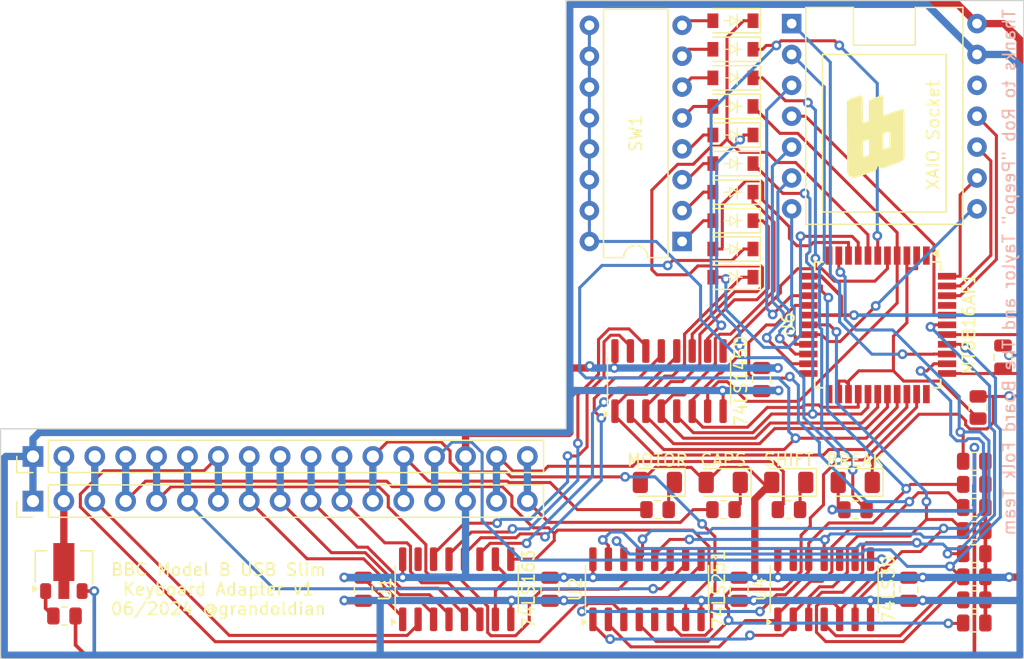
<source format=kicad_pcb>
(kicad_pcb (version 20240108) (generator "pcbnew") (generator_version "8.0")
  (layers (0 "F.Cu" signal) (31 "B.Cu" signal) (34 "B.Paste" user) (35 "F.Paste" user) (36 "B.SilkS" user "B.Silkscreen") (37 "F.SilkS" user "F.Silkscreen") (38 "B.Mask" user) (39 "F.Mask" user) (44 "Edge.Cuts" user))
  (net 0 "")
  (net 1 "+5V")
  (net 2 "X0")
  (net 3 "X10")
  (net 4 "X1")
  (net 5 "X11")
  (net 6 "X2")
  (net 7 "Net-(D3-A)")
  (net 8 "X3")
  (net 9 "Net-(D4-A)")
  (net 10 "X4")
  (net 11 "Net-(D5-A)")
  (net 12 "X5")
  (net 13 "Net-(D6-A)")
  (net 14 "X6")
  (net 15 "Net-(D7-A)")
  (net 16 "X7")
  (net 17 "Net-(D8-A)")
  (net 18 "X8")
  (net 19 "Net-(D9-A)")
  (net 20 "X9")
  (net 21 "Net-(D10-A)")
  (net 22 "!RST")
  (net 23 "1MHZ")
  (net 24 "KB !EN")
  (net 25 "PA4")
  (net 26 "PA5")
  (net 27 "PA6")
  (net 28 "PA0")
  (net 29 "PA1")
  (net 30 "PA2")
  (net 31 "PA3")
  (net 32 "PA7")
  (net 33 "LED3")
  (net 34 "CA2")
  (net 35 "LED1")
  (net 36 "LED2")
  (net 37 "Net-(D11-A)")
  (net 38 "GND")
  (net 39 "Net-(Q1-B)")
  (net 42 "FLOAT")
  (net 43 "BREAK")
  (net 44 "D0")
  (net 45 "D6")
  (net 46 "D5")
  (net 47 "D4")
  (net 48 "D3")
  (net 49 "D2")
  (net 50 "D1")
  (net 51 "D7")
  (net 52 "QD")
  (net 53 "QC")
  (net 54 "QB")
  (net 55 "QA")
  (net 58 "AY2")
  (net 59 "AX1")
  (net 60 "AX2")
  (net 61 "AX3")
  (net 62 "AY0")
  (net 63 "AX0")
  (net 64 "AY1")
  (net 66 "Net-(D12-K)")
  (net 67 "Net-(D13-K)")
  (net 68 "Net-(D14-K)")
  (net 72 "MTSTROBE")
  (net 73 "MTRESET")
  (net 74 "MTDATA")
  (footprint "Resistor_SMD:R_0805_2012Metric" (layer "F.Cu") (at 152.8375 112.575 180)
    (property "Reference" "R14" (hide yes))
    (property "Value" "2K2" (hide yes))
  )
  (footprint "Package_QFP:TQFP-44_10x10mm_P0.8mm" (layer "F.Cu") (at 144.9 101.35 -90)
    (property "Reference" "U6")
    (property "Value" "MT8816AF1")
  )
  (footprint "Resistor_SMD:R_0805_2012Metric" (layer "F.Cu") (at 152.8375 123.975 180)
    (property "Reference" "R8" (hide yes))
    (property "Value" "2K2" (hide yes))
  )
  (footprint "Resistor_SMD:R_0805_2012Metric" (layer "F.Cu") (at 126.8055 116.55 180)
    (property "Reference" "R3" (hide yes))
    (property "Value" "470R" (hide yes))
  )
  (footprint "LED_SMD:LED_1206_3216Metric" (layer "F.Cu") (at 126.7855 114.311 180)
    (property "Reference" "D14" (hide yes))
    (property "Value" "MOTOR")
  )
  (footprint "Arduino:MINIDIODE" (layer "F.Cu") (at 133 85.73 180)
    (property "Reference" "D6" (hide yes))
    (property "Value" "1N4148" (hide yes))
  )
  (footprint "Resistor_SMD:R_0805_2012Metric" (layer "F.Cu") (at 78.05 125.3)
    (property "Reference" "R6" (hide yes))
    (property "Value" "1K" (hide yes))
  )
  (footprint "Resistor_SMD:R_0805_2012Metric" (layer "F.Cu") (at 152.8375 125.875 180)
    (property "Reference" "R7" (hide yes))
    (property "Value" "2K2" (hide yes))
  )
  (footprint "MountingHole:MountingHole_2.5mm" (layer "F.Cu") (at 124.7 99.2)
    (property "Reference" "H2" (hide yes))
    (property "Value" "MountingHole" (hide yes))
  )
  (footprint "Arduino:MINIDIODE" (layer "F.Cu") (at 133 76.33 180)
    (property "Reference" "D10" (hide yes))
    (property "Value" "1N4148" (hide yes))
  )
  (footprint "Arduino:MINIDIODE" (layer "F.Cu") (at 133 92.78 180)
    (property "Reference" "D3" (hide yes))
    (property "Value" "1N4148" (hide yes))
  )
  (footprint "Resistor_SMD:R_0805_2012Metric" (layer "F.Cu") (at 152.8375 118.275 180)
    (property "Reference" "R11" (hide yes))
    (property "Value" "2K2" (hide yes))
  )
  (footprint "Resistor_SMD:R_0805_2012Metric" (layer "F.Cu") (at 152.8375 114.475 180)
    (property "Reference" "R13" (hide yes))
    (property "Value" "2K2" (hide yes))
  )
  (footprint "Capacitor_SMD:C_0805_2012Metric" (layer "F.Cu") (at 133.51 123.1 -90)
    (property "Reference" "C4" (hide yes))
    (property "Value" "47nF" (hide yes))
  )
  (footprint "Connector_PinHeader_2.54mm:PinHeader_1x17_P2.54mm_Vertical" (layer "F.Cu") (at 75.458 115.847 90)
    (property "Reference" "J1" (hide yes))
    (property "Value" "PL1" (hide yes))
  )
  (footprint "Arduino:MINIDIODE" (layer "F.Cu") (at 133 83.38 180)
    (property "Reference" "D7" (hide yes))
    (property "Value" "1N4148" (hide yes))
  )
  (footprint "Package_TO_SOT_SMD:SOT-89-3" (layer "F.Cu") (at 78 121.3 90)
    (property "Reference" "Q1" (hide yes))
    (property "Value" "BCV49" (hide yes))
  )
  (footprint "Capacitor_SMD:C_0805_2012Metric" (layer "F.Cu") (at 102.61 123.1 -90)
    (property "Reference" "C1" (hide yes))
    (property "Value" "47nF" (hide yes))
  )
  (footprint "Arduino:BF8" (layer "F.Cu") (at 144.8 85.8 90)
    (property "Reference" "G1" (hide yes))
    (property "Value" "Board Folk Logo" (hide yes))
  )
  (footprint "Arduino:XAIO 14PIN" (layer "F.Cu") (at 137.825 76.566)
    (property "Reference" "U7" (hide yes))
    (property "Value" "XAIO Socket")
  )
  (footprint "Resistor_SMD:R_0805_2012Metric" (layer "F.Cu") (at 153.15 108.15 90)
    (property "Reference" "R4" (hide yes))
    (property "Value" "10K" (hide yes))
  )
  (footprint "Capacitor_SMD:C_0805_2012Metric" (layer "F.Cu") (at 135.35 105.85 -90)
    (property "Reference" "C3" (hide yes))
    (property "Value" "47nF" (hide yes))
  )
  (footprint "Capacitor_SMD:C_0805_2012Metric" (layer "F.Cu") (at 147.46 123.1 -90)
    (property "Reference" "C5" (hide yes))
    (property "Value" "47nF" (hide yes))
  )
  (footprint "LED_SMD:LED_1206_3216Metric" (layer "F.Cu") (at 132.2035 114.311 180)
    (property "Reference" "D13" (hide yes))
    (property "Value" "CAPS")
  )
  (footprint "LED_SMD:LED_1206_3216Metric" (layer "F.Cu") (at 143.0535 114.311 180)
    (property "Reference" "D11" (hide yes))
    (property "Value" "BREAK")
  )
  (footprint "Resistor_SMD:R_0805_2012Metric" (layer "F.Cu") (at 132.2235 116.55 180)
    (property "Reference" "R2" (hide yes))
    (property "Value" "470R" (hide yes))
  )
  (footprint "Arduino:MINIDIODE" (layer "F.Cu") (at 133 97.43 180)
    (property "Reference" "D1" (hide yes))
    (property "Value" "1N4148" (hide yes))
  )
  (footprint "Package_SO:SOIC-16_3.9x9.9mm_P1.27mm" (layer "F.Cu") (at 127.745 105.975 90)
    (property "Reference" "U3" (hide yes))
    (property "Value" "74LS145D")
  )
  (footprint "Arduino:MINIDIODE" (layer "F.Cu") (at 133 90.43 180)
    (property "Reference" "D4" (hide yes))
    (property "Value" "1N4148" (hide yes))
  )
  (footprint "Resistor_SMD:R_0805_2012Metric" (layer "F.Cu") (at 152.8375 120.175 180)
    (property "Reference" "R10" (hide yes))
    (property "Value" "2K2" (hide yes))
  )
  (footprint "Resistor_SMD:R_0805_2012Metric" (layer "F.Cu") (at 152.8375 116.375 180)
    (property "Reference" "R12" (hide yes))
    (property "Value" "2K2" (hide yes))
  )
  (footprint "Capacitor_SMD:C_0805_2012Metric" (layer "F.Cu") (at 117.96 123.1 -90)
    (property "Reference" "C2" (hide yes))
    (property "Value" "47nF" (hide yes))
  )
  (footprint "Package_DIP:DIP-16_W7.62mm" (layer "F.Cu") (at 128.82 94.49 180)
    (property "Reference" "SW1" (hide yes))
    (property "Value" "SW_DIP_x08" (hide yes))
  )
  (footprint "Resistor_SMD:R_0805_2012Metric" (layer "F.Cu") (at 137.6055 116.55 180)
    (property "Reference" "R1" (hide yes))
    (property "Value" "470R" (hide yes))
  )
  (footprint "Capacitor_SMD:C_0805_2012Metric" (layer "F.Cu") (at 155.2 104 90)
    (property "Reference" "C6" (hide yes))
    (property "Value" "47nF" (hide yes))
  )
  (footprint "Package_SO:SOIC-16_3.9x9.9mm_P1.27mm" (layer "F.Cu") (at 110.295 123.1 90)
    (property "Reference" "U1")
    (property "Value" "74LS163")
  )
  (footprint "Arduino:MINIDIODE" (layer "F.Cu") (at 133 95.11 180)
    (property "Reference" "D2" (hide yes))
    (property "Value" "1N4148" (hide yes))
  )
  (footprint "Resistor_SMD:R_0805_2012Metric" (layer "F.Cu") (at 143.0735 116.561)
    (property "Reference" "R5" (hide yes))
    (property "Value" "470R" (hide yes))
  )
  (footprint "MountingHole:MountingHole_2.5mm" (layer "F.Cu") (at 149 111.7)
    (property "Reference" "H1" (hide yes))
    (property "Value" "MountingHole" (hide yes))
  )
  (footprint "Connector_PinHeader_2.54mm:PinHeader_1x17_P2.54mm_Vertical" (layer "F.Cu") (at 75.46 112.175 90)
    (property "Reference" "J3" (hide yes))
    (property "Value" "PL1")
  )
  (footprint "Package_SO:SOIC-14_3.9x8.7mm_P1.27mm" (layer "F.Cu") (at 140.5 123.1 90)
    (property "Reference" "U4")
    (property "Value" "74LS30")
  )
  (footprint "Arduino:MINIDIODE" (layer "F.Cu") (at 133 81.03 180)
    (property "Reference" "D8" (hide yes))
    (property "Value" "1N4148" (hide yes))
  )
  (footprint "Package_SO:SOIC-16_3.9x9.9mm_P1.27mm" (layer "F.Cu") (at 125.935 123.1 90)
    (property "Reference" "U2")
    (property "Value" "74LS251")
  )
  (footprint "Resistor_SMD:R_0805_2012Metric" (layer "F.Cu") (at 152.8375 122.075 180)
    (property "Reference" "R9" (hide yes))
    (property "Value" "2K2" (hide yes))
  )
  (footprint "Arduino:MINIDIODE" (layer "F.Cu") (at 133 88.08 180)
    (property "Reference" "D5" (hide yes))
    (property "Value" "1N4148" (hide yes))
  )
  (footprint "LED_SMD:LED_1206_3216Metric" (layer "F.Cu") (at 137.5855 114.311 180)
    (property "Reference" "D12" (hide yes))
    (property "Value" "SHIFT")
  )
  (footprint "Arduino:MINIDIODE" (layer "F.Cu") (at 133 78.68 180)
    (property "Reference" "D9" (hide yes))
    (property "Value" "1N4148" (hide yes))
  )
  (gr_poly (pts (xy 72.8 109.9) (xy 119.275 109.9) (xy 119.275 74.675) (xy 156.9 74.675) (xy 156.9 128.825) (xy 72.8 128.825)) (stroke (width 0.1)) (fill none) (layer "Edge.Cuts"))
  (gr_text "Thanks to Rob {dblquote}Peepo{dblquote} Taylor and The Board Folk Team" (at 155.7 75.3 90) (layer "B.SilkS") (effects (font (size 1 1)) (justify left mirror)))
  (gr_text "BBC Model B USB Slim\nKeyboard Adapter v1\n06/2024 @grandoldian" (at 90.7 123.1 0) (layer "F.SilkS") (effects (font (size 1 1))))
  (segment (start 150.6 102.15) (end 156.55 102.15) (width 0.25) (layer "F.Cu") (net 1))
  (segment (start 135.8065 114.69) (end 134.1932 113.0767) (width 0.25) (layer "F.Cu") (net 1))
  (segment (start 134.1932 113.0767) (end 132.0378 113.0767) (width 0.25) (layer "F.Cu") (net 1))
  (segment (start 114.5584 122.15) (end 113.47 121.0616) (width 0.25) (layer "F.Cu") (net 1))
  (segment (start 113.47 121.0616) (end 113.47 120.625) (width 0.25) (layer "F.Cu") (net 1))
  (segment (start 153.75 118.275) (end 153.75 120.175) (width 0.3) (layer "F.Cu") (net 1))
  (segment (start 150.6 105.35) (end 154.8 105.35) (width 0.25) (layer "F.Cu") (net 1))
  (segment (start 119.575 104.975) (end 119.575 74.975) (width 0.6) (layer "F.Cu") (net 1))
  (segment (start 126.6198 113.0767) (end 125.3855 114.311) (width 0.25) (layer "F.Cu") (net 1))
  (segment (start 134.8 122.125) (end 134.8 115.6965) (width 0.6) (layer "F.Cu") (net 1))
  (segment (start 154.8 105.35) (end 156.55 105.35) (width 0.25) (layer "F.Cu") (net 1))
  (segment (start 153.75 123.975) (end 153.75 125.875) (width 0.3) (layer "F.Cu") (net 1))
  (segment (start 155.7 122.1) (end 153.825 122.1) (width 0.25) (layer "F.Cu") (net 1))
  (segment (start 111.02 110.28) (end 119.52 110.28) (width 0.6) (layer "F.Cu") (net 1))
  (segment (start 119.075 122.15) (end 119.1 122.125) (width 0.25) (layer "F.Cu") (net 1))
  (segment (start 132.0378 113.0767) (end 130.8035 114.311) (width 0.25) (layer "F.Cu") (net 1))
  (segment (start 119.575 74.975) (end 151.474 74.975) (width 0.6) (layer "F.Cu") (net 1))
  (segment (start 117.96 122.15) (end 114.5584 122.15) (width 0.25) (layer "F.Cu") (net 1))
  (segment (start 156.55 102.15) (end 156.6 102.1) (width 0.25) (layer "F.Cu") (net 1))
  (segment (start 105.85 125.39) (end 105.85 125.575) (width 0.25) (layer "F.Cu") (net 1))
  (segment (start 119.7 104.9) (end 119.6 105) (width 0.6) (layer "F.Cu") (net 1))
  (segment (start 153.75 112.575) (end 153.75 114.475) (width 0.3) (layer "F.Cu") (net 1))
  (segment (start 156.6 102.1) (end 156.6 77.9) (width 0.6) (layer "F.Cu") (net 1))
  (segment (start 134.775 122.15) (end 134.8 122.125) (width 0.25) (layer "F.Cu") (net 1))
  (segment (start 155.266 76.566) (end 153.065 76.566) (width 0.6) (layer "F.Cu") (net 1))
  (segment (start 136.7 104.9) (end 135.35 104.9) (width 0.6) (layer "F.Cu") (net 1))
  (segment (start 119.52 110.28) (end 119.6 110.2) (width 0.6) (layer "F.Cu") (net 1))
  (segment (start 121.058902 104.9) (end 119.7 104.9) (width 0.6) (layer "F.Cu") (net 1))
  (segment (start 129.5692 113.0767) (end 126.6198 113.0767) (width 0.25) (layer "F.Cu") (net 1))
  (segment (start 102.61 122.15) (end 105.85 125.39) (width 0.25) (layer "F.Cu") (net 1))
  (segment (start 111.02 112.175) (end 111.02 110.28) (width 0.6) (layer "F.Cu") (net 1))
  (segment (start 136.69 120.625) (end 136.69 122.115) (width 0.25) (layer "F.Cu") (net 1))
  (segment (start 153.75 114.475) (end 153.75 116.375) (width 0.3) (layer "F.Cu") (net 1))
  (segment (start 123.3 104.85) (end 123.25 104.9) (width 0.25) (layer "F.Cu") (net 1))
  (segment (start 156.55 105.35) (end 156.6 105.4) (width 0.25) (layer "F.Cu") (net 1))
  (segment (start 154.8 105.35) (end 155.2 104.95) (width 0.25) (layer "F.Cu") (net 1))
  (segment (start 151.474 74.975) (end 153.065 76.566) (width 0.6) (layer "F.Cu") (net 1))
  (segment (start 145.1011 122.15) (end 147.46 122.15) (width 0.25) (layer "F.Cu") (net 1))
  (segment (start 136.69 122.115) (end 136.7 122.125) (width 0.25) (layer "F.Cu") (net 1))
  (segment (start 102.61 122.15) (end 101.075 122.15) (width 0.6) (layer "F.Cu") (net 1))
  (segment (start 135.4 104.95) (end 135.35 104.9) (width 0.6) (layer "F.Cu") (net 1))
  (segment (start 121.49 122.115) (end 121.5 122.125) (width 0.25) (layer "F.Cu") (net 1))
  (segment (start 156.6 122.1) (end 156.6 105.4) (width 0.6) (layer "F.Cu") (net 1))
  (segment (start 119.6 110.2) (end 119.6 105) (width 0.6) (layer "F.Cu") (net 1))
  (segment (start 130.8035 114.311) (end 129.5692 113.0767) (width 0.25) (layer "F.Cu") (net 1))
  (segment (start 153.75 116.375) (end 153.75 118.275) (width 0.3) (layer "F.Cu") (net 1))
  (segment (start 143.04 124.2111) (end 145.1011 122.15) (width 0.25) (layer "F.Cu") (net 1))
  (segment (start 134.8 115.6965) (end 136.1855 114.311) (width 0.6) (layer "F.Cu") (net 1))
  (segment (start 105.85 120.625) (end 105.85 122.125) (width 0.25) (layer "F.Cu") (net 1))
  (segment (start 147.46 122.15) (end 148.575 122.15) (width 0.25) (layer "F.Cu") (net 1))
  (segment (start 123.3 103.5) (end 123.3 104.85) (width 0.25) (layer "F.Cu") (net 1))
  (segment (start 121.49 120.625) (end 121.49 122.115) (width 0.25) (layer "F.Cu") (net 1))
  (segment (start 156.6 105.4) (end 156.6 102.1) (width 0.6) (layer "F.Cu") (net 1))
  (segment (start 114.5584 122.15) (end 113.47 123.2384) (width 0.25) (layer "F.Cu") (net 1))
  (segment (start 143.04 125.575) (end 143.04 124.2111) (width 0.25) (layer "F.Cu") (net 1))
  (segment (start 133.51 122.15) (end 134.775 122.15) (width 0.25) (layer "F.Cu") (net 1))
  (segment (start 101.075 122.15) (end 101.05 122.125) (width 0.6) (layer "F.Cu") (net 1))
  (segment (start 155.7 122.1) (end 156.6 122.1) (width 0.6) (layer "F.Cu") (net 1))
  (segment (start 113.47 123.2384) (end 113.47 125.575) (width 0.25) (layer "F.Cu") (net 1))
  (segment (start 135.8065 114.69) (end 136.1855 114.311) (width 0.25) (layer "F.Cu") (net 1))
  (segment (start 117.96 122.15) (end 119.075 122.15) (width 0.25) (layer "F.Cu") (net 1))
  (segment (start 119.6 105) (end 119.575 104.975) (width 0.6) (layer "F.Cu") (net 1))
  (segment (start 153.825 122.1) (end 153.8 122.125) (width 0.25) (layer "F.Cu") (net 1))
  (segment (start 153.8 122.125) (end 153.75 122.075) (width 0.6) (layer "F.Cu") (net 1))
  (segment (start 111.02 115.845) (end 111.018 115.847) (width 0.6) (layer "F.Cu") (net 1))
  (segment (start 153.75 122.075) (end 153.75 123.975) (width 0.3) (layer "F.Cu") (net 1))
  (segment (start 121.225 104.733902) (end 121.058902 104.9) (width 0.6) (layer "F.Cu") (net 1))
  (segment (start 148.575 122.15) (end 148.6 122.125) (width 0.25) (layer "F.Cu") (net 1))
  (segment (start 156.6 77.9) (end 155.266 76.566) (width 0.6) (layer "F.Cu") (net 1))
  (segment (start 153.75 120.175) (end 153.75 122.075) (width 0.3) (layer "F.Cu") (net 1))
  (via (at 121.5 122.125) (size 0.8) (drill 0.4) (layers "F.Cu" "B.Cu") (net 1))
  (via (at 148.6 122.125) (size 0.8) (drill 0.4) (layers "F.Cu" "B.Cu") (net 1))
  (via (at 123.25 104.9) (size 0.8) (drill 0.4) (layers "F.Cu" "B.Cu") (net 1))
  (via (at 119.1 122.125) (size 0.8) (drill 0.4) (layers "F.Cu" "B.Cu") (net 1))
  (via (at 155.7 122.1) (size 0.8) (drill 0.4) (layers "F.Cu" "B.Cu") (net 1))
  (via (at 105.85 122.125) (size 0.8) (drill 0.4) (layers "F.Cu" "B.Cu") (net 1))
  (via (at 121.225 104.733902) (size 0.8) (drill 0.4) (layers "F.Cu" "B.Cu") (net 1))
  (via (at 134.8 122.125) (size 0.8) (drill 0.4) (layers "F.Cu" "B.Cu") (net 1))
  (via (at 136.7 104.9) (size 0.8) (drill 0.4) (layers "F.Cu" "B.Cu") (net 1))
  (via (at 101.05 122.125) (size 0.8) (drill 0.4) (layers "F.Cu" "B.Cu") (net 1))
  (via (at 136.7 122.125) (size 0.8) (drill 0.4) (layers "F.Cu" "B.Cu") (net 1))
  (segment (start 134.8 122.125) (end 136.7 122.125) (width 0.6) (layer "B.Cu") (net 1))
  (segment (start 136.7 122.125) (end 148.6 122.125) (width 0.6) (layer "B.Cu") (net 1))
  (segment (start 148.6 122.125) (end 155.675 122.125) (width 0.6) (layer "B.Cu") (net 1))
  (segment (start 111.018 122.093) (end 111.05 122.125) (width 0.6) (layer "B.Cu") (net 1))
  (segment (start 105.85 122.125) (end 111.05 122.125) (width 0.6) (layer "B.Cu") (net 1))
  (segment (start 111.05 122.125) (end 119.1 122.125) (width 0.6) (layer "B.Cu") (net 1))
  (segment (start 155.675 122.125) (end 155.7 122.1) (width 0.6) (layer "B.Cu") (net 1))
  (segment (start 111.02 115.845) (end 111.018 115.847) (width 0.6) (layer "B.Cu") (net 1))
  (segment (start 119.1 122.125) (end 121.5 122.125) (width 0.6) (layer "B.Cu") (net 1))
  (segment (start 123.25 104.9) (end 136.7 104.9) (width 0.6) (layer "B.Cu") (net 1))
  (segment (start 111.018 115.847) (end 111.018 122.093) (width 0.6) (layer "B.Cu") (net 1))
  (segment (start 121.5 122.125) (end 134.8 122.125) (width 0.6) (layer "B.Cu") (net 1))
  (segment (start 121.225 104.733902) (end 121.391098 104.9) (width 0.6) (layer "B.Cu") (net 1))
  (segment (start 111.02 112.175) (end 111.02 115.845) (width 0.6) (layer "B.Cu") (net 1))
  (segment (start 121.391098 104.9) (end 123.25 104.9) (width 0.6) (layer "B.Cu") (net 1))
  (segment (start 101.05 122.125) (end 105.85 122.125) (width 0.6) (layer "B.Cu") (net 1))
  (segment (start 123.3 108.8364) (end 123.3 108.45) (width 0.25) (layer "F.Cu") (net 2))
  (segment (start 129.0227 102.1052) (end 129.0227 104.5674) (width 0.25) (layer "F.Cu") (net 2))
  (segment (start 140.4335 112.0573) (end 126.5209 112.0573) (width 0.25) (layer "F.Cu") (net 2))
  (segment (start 125.889 107.0623) (end 124.2739 107.0623) (width 0.25) (layer "F.Cu") (net 2))
  (segment (start 129.0227 104.5674) (end 128.0261 105.564) (width 0.25) (layer "F.Cu") (net 2))
  (segment (start 143.8212 111.6055) (end 140.8853 111.6055) (width 0.25) (layer "F.Cu") (net 2))
  (segment (start 133.8733 97.43) (end 133.6979 97.43) (width 0.25) (layer "F.Cu") (net 2))
  (segment (start 128.0261 105.564) (end 127.3873 105.564) (width 0.25) (layer "F.Cu") (net 2))
  (segment (start 127.3873 105.564) (end 125.889 107.0623) (width 0.25) (layer "F.Cu") (net 2))
  (segment (start 134.65 97.43) (end 133.8733 97.43) (width 0.25) (layer "F.Cu") (net 2))
  (segment (start 140.8853 111.6055) (end 140.4335 112.0573) (width 0.25) (layer "F.Cu") (net 2))
  (segment (start 147.3 107.05) (end 147.3 108.1267) (width 0.25) (layer "F.Cu") (net 2))
  (segment (start 147.3 108.1267) (end 143.8212 111.6055) (width 0.25) (layer "F.Cu") (net 2))
  (segment (start 133.6979 97.43) (end 129.0227 102.1052) (width 0.25) (layer "F.Cu") (net 2))
  (segment (start 124.2739 107.0623) (end 123.3 108.0362) (width 0.25) (layer "F.Cu") (net 2))
  (segment (start 123.3 108.0362) (end 123.3 108.45) (width 0.25) (layer "F.Cu") (net 2))
  (segment (start 126.5209 112.0573) (end 123.3 108.8364) (width 0.25) (layer "F.Cu") (net 2))
  (segment (start 142.7909 94.0642) (end 138.5545 94.0642) (width 0.25) (layer "F.Cu") (net 3))
  (segment (start 143.3 95.65) (end 143.3 94.5733) (width 0.25) (layer "F.Cu") (net 3))
  (segment (start 132.1267 97.43) (end 132.2714 97.5747) (width 0.25) (layer "F.Cu") (net 3))
  (segment (start 131.35 97.43) (end 132.1267 97.43) (width 0.25) (layer "F.Cu") (net 3))
  (segment (start 143.3 94.5733) (end 142.7909 94.0642) (width 0.25) (layer "F.Cu") (net 3))
  (segment (start 132.2714 97.5747) (end 132.4189 97.5747) (width 0.25) (layer "F.Cu") (net 3))
  (via (at 138.5545 94.0642) (size 0.8) (drill 0.4) (layers "F.Cu" "B.Cu") (net 3))
  (via (at 132.4189 97.5747) (size 0.8) (drill 0.4) (layers "F.Cu" "B.Cu") (net 3))
  (segment (start 138.5545 102.2042) (end 138.5545 94.0642) (width 0.25) (layer "B.Cu") (net 3))
  (segment (start 137.5531 103.2056) (end 138.5545 102.2042) (width 0.25) (layer "B.Cu") (net 3))
  (segment (start 132.4189 97.5747) (end 132.4189 100.0872) (width 0.25) (layer "B.Cu") (net 3))
  (segment (start 132.4189 100.0872) (end 135.5373 103.2056) (width 0.25) (layer "B.Cu") (net 3))
  (segment (start 135.5373 103.2056) (end 137.5531 103.2056) (width 0.25) (layer "B.Cu") (net 3))
  (segment (start 128.0484 96.0516) (end 132.9317 96.0516) (width 0.25) (layer "F.Cu") (net 4))
  (segment (start 143.9509 110.6758) (end 138.1441 110.6758) (width 0.25) (layer "F.Cu") (net 4))
  (segment (start 133.8733 95.11) (end 134.65 95.11) (width 0.25) (layer "F.Cu") (net 4))
  (segment (start 146.5 107.05) (end 146.5 108.1267) (width 0.25) (layer "F.Cu") (net 4))
  (segment (start 146.5 108.1267) (end 143.9509 110.6758) (width 0.25) (layer "F.Cu") (net 4))
  (segment (start 124.57 108.8654) (end 127.3102 111.6056) (width 0.25) (layer "F.Cu") (net 4))
  (segment (start 127.637347 96.462653) (end 128.0484 96.0516) (width 0.25) (layer "F.Cu") (net 4))
  (segment (start 124.57 108.45) (end 124.57 108.8654) (width 0.25) (layer "F.Cu") (net 4))
  (segment (start 127.3102 111.6056) (end 137.2143 111.6056) (width 0.25) (layer "F.Cu") (net 4))
  (segment (start 137.2143 111.6056) (end 138.1441 110.6758) (width 0.25) (layer "F.Cu") (net 4))
  (segment (start 132.9317 96.0516) (end 133.8733 95.11) (width 0.25) (layer "F.Cu") (net 4))
  (via (at 138.1441 110.6758) (size 0.8) (drill 0.4) (layers "F.Cu" "B.Cu") (net 4))
  (via (at 127.637347 96.462653) (size 0.8) (drill 0.4) (layers "F.Cu" "B.Cu") (net 4))
  (segment (start 136.7435 105.7157) (end 137.5865 106.5587) (width 0.25) (layer "B.Cu") (net 4))
  (segment (start 120.4 105.2) (end 120.9157 105.7157) (width 0.25) (layer "B.Cu") (net 4))
  (segment (start 120.4 98.3) (end 120.4 105.2) (width 0.25) (layer "B.Cu") (net 4))
  (segment (start 122.237347 96.462653) (end 120.4 98.3) (width 0.25) (layer "B.Cu") (net 4))
  (segment (start 120.9157 105.7157) (end 136.7435 105.7157) (width 0.25) (layer "B.Cu") (net 4))
  (segment (start 137.5865 110.1182) (end 138.1441 110.6758) (width 0.25) (layer "B.Cu") (net 4))
  (segment (start 137.5865 106.5587) (end 137.5865 110.1182) (width 0.25) (layer "B.Cu") (net 4))
  (segment (start 127.637347 96.462653) (end 122.237347 96.462653) (width 0.25) (layer "B.Cu") (net 4))
  (segment (start 135.2769 89.5033) (end 135.4475 89.6739) (width 0.25) (layer "F.Cu") (net 5))
  (segment (start 132.1267 91.4331) (end 134.0565 89.5033) (width 0.25) (layer "F.Cu") (net 5))
  (segment (start 137.6402 93.2876) (end 137.6402 94.2304) (width 0.25) (layer "F.Cu") (net 5))
  (segment (start 131.35 95.11) (end 132.1267 95.11) (width 0.25) (layer "F.Cu") (net 5))
  (segment (start 134.0565 89.5033) (end 135.2769 89.5033) (width 0.25) (layer "F.Cu") (net 5))
  (segment (start 139.336 94.8424) (end 139.6051 94.5733) (width 0.25) (layer "F.Cu") (net 5))
  (segment (start 135.4475 89.6739) (end 135.4475 91.0949) (width 0.25) (layer "F.Cu") (net 5))
  (segment (start 139.6051 94.5733) (end 142.5 94.5733) (width 0.25) (layer "F.Cu") (net 5))
  (segment (start 135.4475 91.0949) (end 137.6402 93.2876) (width 0.25) (layer "F.Cu") (net 5))
  (segment (start 142.5 95.65) (end 142.5 94.5733) (width 0.25) (layer "F.Cu") (net 5))
  (segment (start 138.2522 94.8424) (end 139.336 94.8424) (width 0.25) (layer "F.Cu") (net 5))
  (segment (start 132.1267 95.11) (end 132.1267 91.4331) (width 0.25) (layer "F.Cu") (net 5))
  (segment (start 137.6402 94.2304) (end 138.2522 94.8424) (width 0.25) (layer "F.Cu") (net 5))
  (segment (start 127.8927 106.0157) (end 128.8457 106.0157) (width 0.25) (layer "F.Cu") (net 6))
  (segment (start 135.914 93.2673) (end 135.4267 92.78) (width 0.25) (layer "F.Cu") (net 6))
  (segment (start 135.914 98.327) (end 135.914 93.2673) (width 0.25) (layer "F.Cu") (net 6))
  (segment (start 136.4398 109.8782) (end 135.1914 111.1266) (width 0.25) (layer "F.Cu") (net 6))
  (segment (start 125.84 108.8441) (end 125.84 108.45) (width 0.25) (layer "F.Cu") (net 6))
  (segment (start 134.65 92.78) (end 135.4267 92.78) (width 0.25) (layer "F.Cu") (net 6))
  (segment (start 130.281 104.5804) (end 130.281 102.1308) (width 0.25) (layer "F.Cu") (net 6))
  (segment (start 145.7 107.05) (end 145.7 108.1267) (width 0.25) (layer "F.Cu") (net 6))
  (segment (start 125.84 108.0684) (end 127.8927 106.0157) (width 0.25) (layer "F.Cu") (net 6))
  (segment (start 133.1254 99.2864) (end 134.9546 99.2864) (width 0.25) (layer "F.Cu") (net 6))
  (segment (start 130.281 102.1308) (end 133.1254 99.2864) (width 0.25) (layer "F.Cu") (net 6))
  (segment (start 134.9546 99.2864) (end 135.914 98.327) (width 0.25) (layer "F.Cu") (net 6))
  (segment (start 143.9485 109.8782) (end 136.4398 109.8782) (width 0.25) (layer "F.Cu") (net 6))
  (segment (start 128.1225 111.1266) (end 125.84 108.8441) (width 0.25) (layer "F.Cu") (net 6))
  (segment (start 135.1914 111.1266) (end 128.1225 111.1266) (width 0.25) (layer "F.Cu") (net 6))
  (segment (start 125.84 108.45) (end 125.84 108.0684) (width 0.25) (layer "F.Cu") (net 6))
  (segment (start 128.8457 106.0157) (end 130.281 104.5804) (width 0.25) (layer "F.Cu") (net 6))
  (segment (start 145.7 108.1267) (end 143.9485 109.8782) (width 0.25) (layer "F.Cu") (net 6))
  (segment (start 131.35 92.78) (end 130.5733 92.78) (width 0.25) (layer "F.Cu") (net 7))
  (segment (start 130.5733 92.78) (end 128.8633 94.49) (width 0.25) (layer "F.Cu") (net 7))
  (segment (start 128.8633 94.49) (end 128.82 94.49) (width 0.25) (layer "F.Cu") (net 7))
  (segment (start 127.11 108.45) (end 127.11 108.0695) (width 0.25) (layer "F.Cu") (net 8))
  (segment (start 127.11 108.8537) (end 127.11 108.45) (width 0.25) (layer "F.Cu") (net 8))
  (segment (start 144.9 108.1267) (end 143.6002 109.4265) (width 0.25) (layer "F.Cu") (net 8))
  (segment (start 127.11 108.0695) (end 128.0664 107.1131) (width 0.25) (layer "F.Cu") (net 8))
  (segment (start 132.8069 102.1182) (end 136.3828 98.5423) (width 0.25) (layer "F.Cu") (net 8))
  (segment (start 134.8244 91.3567) (end 134.65 91.3567) (width 0.25) (layer "F.Cu") (net 8))
  (segment (start 128.9872 107.1131) (end 131.555 104.5453) (width 0.25) (layer "F.Cu") (net 8))
  (segment (start 136.3828 92.9151) (end 134.8244 91.3567) (width 0.25) (layer "F.Cu") (net 8))
  (segment (start 134.65 90.43) (end 134.65 91.3567) (width 0.25) (layer "F.Cu") (net 8))
  (segment (start 131.9195 102.1182) (end 132.8069 102.1182) (width 0.25) (layer "F.Cu") (net 8))
  (segment (start 136.0679 109.4265) (end 134.8195 110.6749) (width 0.25) (layer "F.Cu") (net 8))
  (segment (start 134.8195 110.6749) (end 128.9312 110.6749) (width 0.25) (layer "F.Cu") (net 8))
  (segment (start 143.6002 109.4265) (end 136.0679 109.4265) (width 0.25) (layer "F.Cu") (net 8))
  (segment (start 144.9 107.05) (end 144.9 108.1267) (width 0.25) (layer "F.Cu") (net 8))
  (segment (start 131.555 102.4827) (end 131.9195 102.1182) (width 0.25) (layer "F.Cu") (net 8))
  (segment (start 136.3828 98.5423) (end 136.3828 92.9151) (width 0.25) (layer "F.Cu") (net 8))
  (segment (start 128.9312 110.6749) (end 127.11 108.8537) (width 0.25) (layer "F.Cu") (net 8))
  (segment (start 128.0664 107.1131) (end 128.9872 107.1131) (width 0.25) (layer "F.Cu") (net 8))
  (segment (start 131.555 104.5453) (end 131.555 102.4827) (width 0.25) (layer "F.Cu") (net 8))
  (segment (start 129.0533 91.95) (end 130.5733 90.43) (width 0.25) (layer "F.Cu") (net 9))
  (segment (start 128.82 91.95) (end 129.0533 91.95) (width 0.25) (layer "F.Cu") (net 9))
  (segment (start 130.5733 90.43) (end 131.35 90.43) (width 0.25) (layer "F.Cu") (net 9))
  (segment (start 143.5433 108.6834) (end 139.5567 108.6834) (width 0.25) (layer "F.Cu") (net 10))
  (segment (start 139.5567 108.6834) (end 136.1721 108.6834) (width 0.25) (layer "F.Cu") (net 10))
  (segment (start 128.38 108.8561) (end 128.38 108.45) (width 0.25) (layer "F.Cu") (net 10))
  (segment (start 134.6323 110.2232) (end 129.7471 110.2232) (width 0.25) (layer "F.Cu") (net 10))
  (segment (start 129.7471 110.2232) (end 128.38 108.8561) (width 0.25) (layer "F.Cu") (net 10))
  (segment (start 144.1 108.1267) (end 143.5433 108.6834) (width 0.25) (layer "F.Cu") (net 10))
  (segment (start 136.1721 108.6834) (end 134.6323 110.2232) (width 0.25) (layer "F.Cu") (net 10))
  (segment (start 137.106 90.536) (end 138.8878 90.536) (width 0.25) (layer "F.Cu") (net 10))
  (segment (start 134.65 88.08) (end 137.106 90.536) (width 0.25) (layer "F.Cu") (net 10))
  (segment (start 144.1 107.05) (end 144.1 108.1267) (width 0.25) (layer "F.Cu") (net 10))
  (via (at 138.8878 90.536) (size 0.8) (drill 0.4) (layers "F.Cu" "B.Cu") (net 10))
  (via (at 139.5567 108.6834) (size 0.8) (drill 0.4) (layers "F.Cu" "B.Cu") (net 10))
  (segment (start 139.3294 95.3083) (end 139.0524 95.5853) (width 0.25) (layer "B.Cu") (net 10))
  (segment (start 139.0524 96.1871) (end 139.5567 96.6914) (width 0.25) (layer "B.Cu") (net 10))
  (segment (start 139.3294 90.9776) (end 139.3294 95.3083) (width 0.25) (layer "B.Cu") (net 10))
  (segment (start 138.8878 90.536) (end 139.3294 90.9776) (width 0.25) (layer "B.Cu") (net 10))
  (segment (start 139.5567 96.6914) (end 139.5567 108.6834) (width 0.25) (layer "B.Cu") (net 10))
  (segment (start 139.0524 95.5853) (end 139.0524 96.1871) (width 0.25) (layer "B.Cu") (net 10))
  (segment (start 130.5733 88.08) (end 131.35 88.08) (width 0.25) (layer "F.Cu") (net 11))
  (segment (start 128.82 89.41) (end 129.2433 89.41) (width 0.25) (layer "F.Cu") (net 11))
  (segment (start 129.2433 89.41) (end 130.5733 88.08) (width 0.25) (layer "F.Cu") (net 11))
  (segment (start 134.65 85.73) (end 133.8733 85.73) (width 0.25) (layer "F.Cu") (net 12))
  (segment (start 129.65 108.45) (end 129.65 107.5424) (width 0.25) (layer "F.Cu") (net 12))
  (segment (start 138.629 108.1465) (end 135.8195 108.1465) (width 0.25) (layer "F.Cu") (net 12))
  (segment (start 132.0255 105.3262) (end 133.5483 103.8034) (width 0.25) (layer "F.Cu") (net 12))
  (segment (start 131.8662 105.3262) (end 132.0255 105.3262) (width 0.25) (layer "F.Cu") (net 12))
  (segment (start 129.65 108.8928) (end 129.65 108.45) (width 0.25) (layer "F.Cu") (net 12))
  (segment (start 140.2413 108.1267) (end 140.0495 107.9349) (width 0.25) (layer "F.Cu") (net 12))
  (segment (start 133.5483 103.8034) (end 133.5483 103.096) (width 0.25) (layer "F.Cu") (net 12))
  (segment (start 135.8195 108.1465) (end 134.1945 109.7715) (width 0.25) (layer "F.Cu") (net 12))
  (segment (start 133.8733 85.8402) (end 133.8733 85.73) (width 0.25) (layer "F.Cu") (net 12))
  (segment (start 134.1945 109.7715) (end 130.5287 109.7715) (width 0.25) (layer "F.Cu") (net 12))
  (segment (start 140.0495 107.9349) (end 138.8406 107.9349) (width 0.25) (layer "F.Cu") (net 12))
  (segment (start 133.5981 86.1154) (end 133.8733 85.8402) (width 0.25) (layer "F.Cu") (net 12))
  (segment (start 138.8406 107.9349) (end 138.629 108.1465) (width 0.25) (layer "F.Cu") (net 12))
  (segment (start 143.3 107.05) (end 143.3 108.1267) (width 0.25) (layer "F.Cu") (net 12))
  (segment (start 130.5287 109.7715) (end 129.65 108.8928) (width 0.25) (layer "F.Cu") (net 12))
  (segment (start 129.65 107.5424) (end 131.8662 105.3262) (width 0.25) (layer "F.Cu") (net 12))
  (segment (start 143.3 108.1267) (end 140.2413 108.1267) (width 0.25) (layer "F.Cu") (net 12))
  (via (at 133.5981 86.1154) (size 0.8) (drill 0.4) (layers "F.Cu" "B.Cu") (net 12))
  (via (at 133.5483 103.096) (size 0.8) (drill 0.4) (layers "F.Cu" "B.Cu") (net 12))
  (segment (start 131.6584 99.9738) (end 131.6584 88.0551) (width 0.25) (layer "B.Cu") (net 12))
  (segment (start 133.5483 101.8637) (end 131.6584 99.9738) (width 0.25) (layer "B.Cu") (net 12))
  (segment (start 133.5483 103.096) (end 133.5483 101.8637) (width 0.25) (layer "B.Cu") (net 12))
  (segment (start 131.6584 88.0551) (end 133.5981 86.1154) (width 0.25) (layer "B.Cu") (net 12))
  (segment (start 130.5733 85.73) (end 131.35 85.73) (width 0.25) (layer "F.Cu") (net 13))
  (segment (start 129.4333 86.87) (end 130.5733 85.73) (width 0.25) (layer "F.Cu") (net 13))
  (segment (start 128.82 86.87) (end 129.4333 86.87) (width 0.25) (layer "F.Cu") (net 13))
  (segment (start 138.4087 107.6425) (end 146.5 99.5512) (width 0.25) (layer "F.Cu") (net 14))
  (segment (start 138.3282 85.5935) (end 136.8635 85.5935) (width 0.25) (layer "F.Cu") (net 14))
  (segment (start 136.8635 85.5935) (end 134.65 83.38) (width 0.25) (layer "F.Cu") (net 14))
  (segment (start 131.8108 106.0204) (end 132.5237 106.0204) (width 0.25) (layer "F.Cu") (net 14))
  (segment (start 132.5237 106.0204) (end 134.1458 107.6425) (width 0.25) (layer "F.Cu") (net 14))
  (segment (start 130.92 106.9112) (end 131.8108 106.0204) (width 0.25) (layer "F.Cu") (net 14))
  (segment (start 146.5 95.65) (end 146.5 93.7653) (width 0.25) (layer "F.Cu") (net 14))
  (segment (start 146.5 99.5512) (end 146.5 95.65) (width 0.25) (layer "F.Cu") (net 14))
  (segment (start 130.92 108.45) (end 130.92 106.9112) (width 0.25) (layer "F.Cu") (net 14))
  (segment (start 134.1458 107.6425) (end 138.4087 107.6425) (width 0.25) (layer "F.Cu") (net 14))
  (segment (start 146.5 93.7653) (end 138.3282 85.5935) (width 0.25) (layer "F.Cu") (net 14))
  (segment (start 129.77 83.38) (end 131.35 83.38) (width 0.25) (layer "F.Cu") (net 15))
  (segment (start 128.82 84.33) (end 129.77 83.38) (width 0.25) (layer "F.Cu") (net 15))
  (segment (start 145.7 96.075) (end 145.7 96.7267) (width 0.25) (layer "F.Cu") (net 16))
  (segment (start 145.7 96.075) (end 145.7 95.65) (width 0.25) (layer "F.Cu") (net 16))
  (segment (start 139.1616 83.066) (end 139.0116 82.916) (width 0.25) (layer "F.Cu") (net 16))
  (segment (start 136.9018 98.1504) (end 138.3223 96.7299) (width 0.25) (layer "F.Cu") (net 16))
  (segment (start 139.7791 96.7299) (end 140.3041 96.7299) (width 0.25) (layer "F.Cu") (net 16))
  (segment (start 140.3041 96.7299) (end 141.3281 97.7539) (width 0.25) (layer "F.Cu") (net 16))
  (segment (start 144.6728 97.7539) (end 145.7 96.7267) (width 0.25) (layer "F.Cu") (net 16))
  (segment (start 137.3127 82.916) (end 135.4267 81.03) (width 0.25) (layer "F.Cu") (net 16))
  (segment (start 141.3281 97.7539) (end 144.6728 97.7539) (width 0.25) (layer "F.Cu") (net 16))
  (segment (start 132.19 103.4256) (end 136.9018 98.7138) (width 0.25) (layer "F.Cu") (net 16))
  (segment (start 136.9018 98.7138) (end 136.9018 98.1504) (width 0.25) (layer "F.Cu") (net 16))
  (segment (start 132.19 103.5) (end 132.19 103.4256) (width 0.25) (layer "F.Cu") (net 16))
  (segment (start 139.0116 82.916) (end 137.3127 82.916) (width 0.25) (layer "F.Cu") (net 16))
  (segment (start 138.3223 96.7299) (end 139.7791 96.7299) (width 0.25) (layer "F.Cu") (net 16))
  (segment (start 139.7791 96.7299) (end 139.7791 95.8862) (width 0.25) (layer "F.Cu") (net 16))
  (segment (start 134.65 81.03) (end 135.4267 81.03) (width 0.25) (layer "F.Cu") (net 16))
  (via (at 139.7791 95.8862) (size 0.8) (drill 0.4) (layers "F.Cu" "B.Cu") (net 16))
  (via (at 139.1616 83.066) (size 0.8) (drill 0.4) (layers "F.Cu" "B.Cu") (net 16))
  (segment (start 139.7811 95.8842) (end 139.7791 95.8862) (width 0.25) (layer "B.Cu") (net 16))
  (segment (start 139.7811 83.6855) (end 139.7811 95.8842) (width 0.25) (layer "B.Cu") (net 16))
  (segment (start 139.1616 83.066) (end 139.7811 83.6855) (width 0.25) (layer "B.Cu") (net 16))
  (segment (start 128.82 81.79) (end 129.58 81.03) (width 0.25) (layer "F.Cu") (net 17))
  (segment (start 129.58 81.03) (end 131.35 81.03) (width 0.25) (layer "F.Cu") (net 17))
  (segment (start 141.3609 77.981) (end 136.9522 77.981) (width 0.25) (layer "F.Cu") (net 18))
  (segment (start 135.4267 78.68) (end 135.7443 78.3624) (width 0.25) (layer "F.Cu") (net 18))
  (segment (start 136.9522 77.981) (end 136.5708 78.3624) (width 0.25) (layer "F.Cu") (net 18))
  (segment (start 144.8656 94.0278) (end 144.9 94.0622) (width 0.25) (layer "F.Cu") (net 18))
  (segment (start 132.0074 101.3915) (end 132.0483 101.3915) (width 0.25) (layer "F.Cu") (net 18))
  (segment (start 130.92 102.4789) (end 132.0074 101.3915) (width 0.25) (layer "F.Cu") (net 18))
  (segment (start 141.73995 78.36005) (end 141.3609 77.981) (width 0.25) (layer "F.Cu") (net 18))
  (segment (start 130.92 103.5) (end 130.92 102.4789) (width 0.25) (layer "F.Cu") (net 18))
  (segment (start 135.7443 78.3624) (end 136.5708 78.3624) (width 0.25) (layer "F.Cu") (net 18))
  (segment (start 134.65 78.68) (end 135.4267 78.68) (width 0.25) (layer "F.Cu") (net 18))
  (segment (start 144.9 94.0622) (end 144.9 95.65) (width 0.25) (layer "F.Cu") (net 18))
  (via (at 141.73995 78.36005) (size 0.8) (drill 0.4) (layers "F.Cu" "B.Cu") (net 18))
  (via (at 132.0483 101.3915) (size 0.8) (drill 0.4) (layers "F.Cu" "B.Cu") (net 18))
  (via (at 144.8656 94.0278) (size 0.8) (drill 0.4) (layers "F.Cu" "B.Cu") (net 18))
  (via (at 136.5708 78.3624) (size 0.8) (drill 0.4) (layers "F.Cu" "B.Cu") (net 18))
  (segment (start 136.5708 78.3624) (end 131.2067 83.7265) (width 0.25) (layer "B.Cu") (net 18))
  (segment (start 144.8656 81.4857) (end 144.8656 94.0278) (width 0.25) (layer "B.Cu") (net 18))
  (segment (start 131.2067 100.5499) (end 132.0483 101.3915) (width 0.25) (layer "B.Cu") (net 18))
  (segment (start 131.2067 83.7265) (end 131.2067 100.5499) (width 0.25) (layer "B.Cu") (net 18))
  (segment (start 141.73995 78.36005) (end 144.8656 81.4857) (width 0.25) (layer "B.Cu") (net 18))
  (segment (start 128.82 79.25) (end 129.39 78.68) (width 0.25) (layer "F.Cu") (net 19))
  (segment (start 129.39 78.68) (end 131.35 78.68) (width 0.25) (layer "F.Cu") (net 19))
  (segment (start 129.7342 88.14) (end 128.4596 88.14) (width 0.25) (layer "F.Cu") (net 20))
  (segment (start 134.65 76.33) (end 133.8733 76.33) (width 0.25) (layer "F.Cu") (net 20))
  (segment (start 132.5131 77.6902) (end 132.5131 86.079) (width 0.25) (layer "F.Cu") (net 20))
  (segment (start 129.65 102.1199) (end 129.65 103.5) (width 0.25) (layer "F.Cu") (net 20))
  (segment (start 135.4267 98.1654) (end 134.9825 98.6096) (width 0.25) (layer "F.Cu") (net 20))
  (segment (start 134.9825 98.6096) (end 133.1603 98.6096) (width 0.25) (layer "F.Cu") (net 20))
  (segment (start 135.4267 96.6356) (end 135.4267 98.1654) (width 0.25) (layer "F.Cu") (net 20))
  (segment (start 130.1009 96.5033) (end 135.2944 96.5033) (width 0.25) (layer "F.Cu") (net 20))
  (segment (start 135.2944 96.5033) (end 135.4267 96.6356) (width 0.25) (layer "F.Cu") (net 20))
  (segment (start 131.9354 86.6567) (end 131.2175 86.6567) (width 0.25) (layer "F.Cu") (net 20))
  (segment (start 129.3736 97.2306) (end 130.1009 96.5033) (width 0.25) (layer "F.Cu") (net 20))
  (segment (start 136.6516 87.996) (end 138.1566 87.996) (width 0.25) (layer "F.Cu") (net 20))
  (segment (start 133.1603 98.6096) (end 129.65 102.1199) (width 0.25) (layer "F.Cu") (net 20))
  (segment (start 144.1 93.9394) (end 144.1 95.65) (width 0.25) (layer "F.Cu") (net 20))
  (segment (start 133.8733 76.33) (end 132.5131 77.6902) (width 0.25) (layer "F.Cu") (net 20))
  (segment (start 126.3335 96.8076) (end 126.7565 97.2306) (width 0.25) (layer "F.Cu") (net 20))
  (segment (start 135.8089 87.1533) (end 136.6516 87.996) (width 0.25) (layer "F.Cu") (net 20))
  (segment (start 133.5874 87.1533) (end 135.8089 87.1533) (width 0.25) (layer "F.Cu") (net 20))
  (segment (start 126.3335 90.2661) (end 126.3335 96.8076) (width 0.25) (layer "F.Cu") (net 20))
  (segment (start 132.5131 86.079) (end 131.9354 86.6567) (width 0.25) (layer "F.Cu") (net 20))
  (segment (start 128.4596 88.14) (end 126.3335 90.2661) (width 0.25) (layer "F.Cu") (net 20))
  (segment (start 131.2175 86.6567) (end 129.7342 88.14) (width 0.25) (layer "F.Cu") (net 20))
  (segment (start 132.5131 86.079) (end 133.5874 87.1533) (width 0.25) (layer "F.Cu") (net 20))
  (segment (start 126.7565 97.2306) (end 129.3736 97.2306) (width 0.25) (layer "F.Cu") (net 20))
  (segment (start 138.1566 87.996) (end 144.1 93.9394) (width 0.25) (layer "F.Cu") (net 20))
  (segment (start 128.82 76.71) (end 129.2 76.33) (width 0.25) (layer "F.Cu") (net 21))
  (segment (start 129.2 76.33) (end 131.35 76.33) (width 0.25) (layer "F.Cu") (net 21))
  (segment (start 77.998 123.16) (end 78 123.162) (width 0.6) (layer "F.Cu") (net 22))
  (segment (start 78 123.162) (end 78 123.1625) (width 0.25) (layer "F.Cu") (net 22))
  (segment (start 77.998 115.847) (end 77.998 123.16) (width 0.6) (layer "F.Cu") (net 22))
  (segment (start 78 112.175) (end 78 115.845) (width 0.6) (layer "B.Cu") (net 22))
  (segment (start 78 115.845) (end 77.998 115.847) (width 0.6) (layer "B.Cu") (net 22))
  (segment (start 106.2192 126.8981) (end 91.5981 126.8981) (width 0.25) (layer "F.Cu") (net 23))
  (segment (start 107.12 125.9973) (end 106.2192 126.8981) (width 0.25) (layer "F.Cu") (net 23))
  (segment (start 107.12 125.575) (end 107.12 125.9973) (width 0.25) (layer "F.Cu") (net 23))
  (segment (start 80.547 115.847) (end 80.538 115.847) (width 0.25) (layer "F.Cu") (net 23))
  (segment (start 91.5981 126.8981) (end 80.547 115.847) (width 0.25) (layer "F.Cu") (net 23))
  (segment (start 80.54 112.175) (end 80.54 115.845) (width 0.6) (layer "B.Cu") (net 23))
  (segment (start 80.54 115.845) (end 80.538 115.847) (width 0.6) (layer "B.Cu") (net 23))
  (segment (start 104.5353 114.2085) (end 84.7165 114.2085) (width 0.25) (layer "F.Cu") (net 24))
  (segment (start 114.828 116.2871) (end 114.828 115.441) (width 0.25) (layer "F.Cu") (net 24))
  (segment (start 114.0472 114.6602) (end 104.987 114.6602) (width 0.25) (layer "F.Cu") (net 24))
  (segment (start 118.312 118.5096) (end 118.312 119.0934) (width 0.25) (layer "F.Cu") (net 24))
  (segment (start 116.7804 120.625) (end 114.74 120.625) (width 0.25) (layer "F.Cu") (net 24))
  (segment (start 117.848 118.0456) (end 116.5865 118.0456) (width 0.25) (layer "F.Cu") (net 24))
  (segment (start 118.5863 118.2353) (end 129.6849 118.2353) (width 0.25) (layer "F.Cu") (net 24))
  (segment (start 129.11 124.2773) (end 129.11 125.575) (width 0.25) (layer "F.Cu") (net 24))
  (segment (start 118.312 118.5096) (end 117.848 118.0456) (width 0.25) (layer "F.Cu") (net 24))
  (segment (start 84.7165 114.2085) (end 83.078 115.847) (width 0.25) (layer "F.Cu") (net 24))
  (segment (start 129.6849 118.2353) (end 131.0306 119.581) (width 0.25) (layer "F.Cu") (net 24))
  (segment (start 104.987 114.6602) (end 104.5353 114.2085) (width 0.25) (layer "F.Cu") (net 24))
  (segment (start 114.828 115.441) (end 114.0472 114.6602) (width 0.25) (layer "F.Cu") (net 24))
  (segment (start 116.5865 118.0456) (end 114.828 116.2871) (width 0.25) (layer "F.Cu") (net 24))
  (segment (start 131.0306 122.3567) (end 129.11 124.2773) (width 0.25) (layer "F.Cu") (net 24))
  (segment (start 131.0306 119.581) (end 131.0306 122.3567) (width 0.25) (layer "F.Cu") (net 24))
  (segment (start 118.312 119.0934) (end 116.7804 120.625) (width 0.25) (layer "F.Cu") (net 24))
  (segment (start 118.312 118.5096) (end 118.5863 118.2353) (width 0.25) (layer "F.Cu") (net 24))
  (segment (start 83.08 115.845) (end 83.078 115.847) (width 0.6) (layer "B.Cu") (net 24))
  (segment (start 83.08 112.175) (end 83.08 115.845) (width 0.6) (layer "B.Cu") (net 24))
  (segment (start 103.8943 114.6703) (end 104.668 115.444) (width 0.25) (layer "F.Cu") (net 25))
  (segment (start 116.2536 124.1766) (end 117.3302 123.1) (width 0.25) (layer "F.Cu") (net 25))
  (segment (start 104.668 116.3366) (end 107.755 119.4236) (width 0.25) (layer "F.Cu") (net 25))
  (segment (start 116.2536 125.7979) (end 116.2536 124.1766) (width 0.25) (layer "F.Cu") (net 25))
  (segment (start 115.1298 126.9217) (end 116.2536 125.7979) (width 0.25) (layer "F.Cu") (net 25))
  (segment (start 85.618 115.847) (end 86.7947 114.6703) (width 0.25) (layer "F.Cu") (net 25))
  (segment (start 126.6771 122.2598) (end 127.84 121.0969) (width 0.25) (layer "F.Cu") (net 25))
  (segment (start 86.7947 114.6703) (end 103.8943 114.6703) (width 0.25) (layer "F.Cu") (net 25))
  (segment (start 124.443 122.2598) (end 126.6771 122.2598) (width 0.25) (layer "F.Cu") (net 25))
  (segment (start 117.3302 123.1) (end 123.6028 123.1) (width 0.25) (layer "F.Cu") (net 25))
  (segment (start 127.84 121.0969) (end 127.84 120.625) (width 0.25) (layer "F.Cu") (net 25))
  (segment (start 123.6028 123.1) (end 124.443 122.2598) (width 0.25) (layer "F.Cu") (net 25))
  (segment (start 107.755 121.6578) (end 108.0245 121.9273) (width 0.25) (layer "F.Cu") (net 25))
  (segment (start 107.755 119.4236) (end 107.755 121.6578) (width 0.25) (layer "F.Cu") (net 25))
  (segment (start 112.835 126.6522) (end 113.1045 126.9217) (width 0.25) (layer "F.Cu") (net 25))
  (segment (start 104.668 115.444) (end 104.668 116.3366) (width 0.25) (layer "F.Cu") (net 25))
  (segment (start 113.1045 126.9217) (end 115.1298 126.9217) (width 0.25) (layer "F.Cu") (net 25))
  (segment (start 108.0245 121.9273) (end 110.2537 121.9273) (width 0.25) (layer "F.Cu") (net 25))
  (segment (start 110.2537 121.9273) (end 112.835 124.5086) (width 0.25) (layer "F.Cu") (net 25))
  (segment (start 112.835 124.5086) (end 112.835 126.6522) (width 0.25) (layer "F.Cu") (net 25))
  (segment (start 85.62 115.845) (end 85.618 115.847) (width 0.6) (layer "B.Cu") (net 25))
  (segment (start 85.62 112.175) (end 85.62 115.845) (width 0.6) (layer "B.Cu") (net 25))
  (segment (start 127.1035 123.0577) (end 126.4415 123.0577) (width 0.25) (layer "F.Cu") (net 26))
  (segment (start 129.11 121.0512) (end 127.1035 123.0577) (width 0.25) (layer "F.Cu") (net 26))
  (segment (start 129.11 120.625) (end 129.11 121.0512) (width 0.25) (layer "F.Cu") (net 26))
  (via (at 126.4415 123.0577) (size 0.8) (drill 0.4) (layers "F.Cu" "B.Cu") (net 26))
  (segment (start 88.16 112.175) (end 88.16 115.2487) (width 0.6) (layer "B.Cu") (net 26))
  (segment (start 88.16 115.96) (end 95.2577 123.0577) (width 0.25) (layer "B.Cu") (net 26))
  (segment (start 88.16 115.2487) (end 88.16 115.845) (width 0.6) (layer "B.Cu") (net 26))
  (segment (start 95.2577 123.0577) (end 126.4415 123.0577) (width 0.25) (layer "B.Cu") (net 26))
  (segment (start 88.16 115.2487) (end 88.16 115.96) (width 0.25) (layer "B.Cu") (net 26))
  (segment (start 88.16 115.845) (end 88.158 115.847) (width 0.6) (layer "B.Cu") (net 26))
  (segment (start 79.3556 115.2729) (end 79.3556 116.3308) (width 0.25) (layer "F.Cu") (net 27))
  (segment (start 120.6977 123.7845) (end 127.6792 123.7845) (width 0.25) (layer "F.Cu") (net 27))
  (segment (start 127.6792 123.7845) (end 130.38 121.0837) (width 0.25) (layer "F.Cu") (net 27))
  (segment (start 81.2768 113.3517) (end 79.3556 115.2729) (width 0.25) (layer "F.Cu") (net 27))
  (segment (start 90.7 112.175) (end 89.5233 113.3517) (width 0.25) (layer "F.Cu") (net 27))
  (segment (start 130.38 121.0837) (end 130.38 120.625) (width 0.25) (layer "F.Cu") (net 27))
  (segment (start 79.3556 116.3308) (end 90.4378 127.413) (width 0.25) (layer "F.Cu") (net 27))
  (segment (start 90.4378 127.413) (end 117.0692 127.413) (width 0.25) (layer "F.Cu") (net 27))
  (segment (start 89.5233 113.3517) (end 81.2768 113.3517) (width 0.25) (layer "F.Cu") (net 27))
  (segment (start 117.0692 127.413) (end 120.6977 123.7845) (width 0.25) (layer "F.Cu") (net 27))
  (segment (start 90.7 115.845) (end 90.698 115.847) (width 0.6) (layer "B.Cu") (net 27))
  (segment (start 90.7 112.175) (end 90.7 115.845) (width 0.6) (layer "B.Cu") (net 27))
  (segment (start 104.1253 122.0781) (end 104.1253 122.7148) (width 0.25) (layer "F.Cu") (net 28))
  (segment (start 108.39 125.1553) (end 108.39 125.575) (width 0.25) (layer "F.Cu") (net 28))
  (segment (start 105.4905 124.08) (end 107.3147 124.08) (width 0.25) (layer "F.Cu") (net 28))
  (segment (start 97.9948 120.5948) (end 102.642 120.5948) (width 0.25) (layer "F.Cu") (net 28))
  (segment (start 93.247 115.847) (end 97.9948 120.5948) (width 0.25) (layer "F.Cu") (net 28))
  (segment (start 102.642 120.5948) (end 104.1253 122.0781) (width 0.25) (layer "F.Cu") (net 28))
  (segment (start 93.238 115.847) (end 93.247 115.847) (width 0.25) (layer "F.Cu") (net 28))
  (segment (start 104.1253 122.7148) (end 105.4905 124.08) (width 0.25) (layer "F.Cu") (net 28))
  (segment (start 107.3147 124.08) (end 108.39 125.1553) (width 0.25) (layer "F.Cu") (net 28))
  (segment (start 93.24 112.175) (end 93.24 115.845) (width 0.6) (layer "B.Cu") (net 28))
  (segment (start 93.24 115.845) (end 93.238 115.847) (width 0.6) (layer "B.Cu") (net 28))
  (segment (start 102.7774 120.0914) (end 99.9914 120.0914) (width 0.25) (layer "F.Cu") (net 29))
  (segment (start 109.66 125.1579) (end 108.0509 123.5488) (width 0.25) (layer "F.Cu") (net 29))
  (segment (start 104.577 122.5277) (end 104.577 121.891) (width 0.25) (layer "F.Cu") (net 29))
  (segment (start 109.66 125.575) (end 109.66 125.1579) (width 0.25) (layer "F.Cu") (net 29))
  (segment (start 104.577 121.891) (end 102.7774 120.0914) (width 0.25) (layer "F.Cu") (net 29))
  (segment (start 95.778 115.878) (end 95.778 115.847) (width 0.25) (layer "F.Cu") (net 29))
  (segment (start 105.5981 123.5488) (end 104.577 122.5277) (width 0.25) (layer "F.Cu") (net 29))
  (segment (start 108.0509 123.5488) (end 105.5981 123.5488) (width 0.25) (layer "F.Cu") (net 29))
  (segment (start 99.9914 120.0914) (end 95.778 115.878) (width 0.25) (layer "F.Cu") (net 29))
  (segment (start 95.78 115.845) (end 95.778 115.847) (width 0.6) (layer "B.Cu") (net 29))
  (segment (start 95.78 112.175) (end 95.78 115.845) (width 0.6) (layer "B.Cu") (net 29))
  (segment (start 102.1414 119.6414) (end 102.963796 119.6414) (width 0.25) (layer "F.Cu") (net 30))
  (segment (start 105.0287 121.706304) (end 105.0287 122.3369) (width 0.25) (layer "F.Cu") (net 30))
  (segment (start 105.0287 122.3369) (end 105.7109 123.0191) (width 0.25) (layer "F.Cu") (net 30))
  (segment (start 98.347 115.847) (end 102.1414 119.6414) (width 0.25) (layer "F.Cu") (net 30))
  (segment (start 110.93 125.1839) (end 110.93 125.575) (width 0.25) (layer "F.Cu") (net 30))
  (segment (start 102.963796 119.6414) (end 105.0287 121.706304) (width 0.25) (layer "F.Cu") (net 30))
  (segment (start 105.7109 123.0191) (end 108.7652 123.0191) (width 0.25) (layer "F.Cu") (net 30))
  (segment (start 108.7652 123.0191) (end 110.93 125.1839) (width 0.25) (layer "F.Cu") (net 30))
  (segment (start 98.318 115.847) (end 98.347 115.847) (width 0.25) (layer "F.Cu") (net 30))
  (segment (start 98.32 115.845) (end 98.318 115.847) (width 0.6) (layer "B.Cu") (net 30))
  (segment (start 98.32 112.175) (end 98.32 115.845) (width 0.6) (layer "B.Cu") (net 30))
  (segment (start 100.947 115.847) (end 104.3806 119.2806) (width 0.25) (layer "F.Cu") (net 31))
  (segment (start 112.2 125.1632) (end 112.2 125.575) (width 0.25) (layer "F.Cu") (net 31))
  (segment (start 107.4108 122.5659) (end 109.6027 122.5659) (width 0.25) (layer "F.Cu") (net 31))
  (segment (start 100.858 115.847) (end 100.947 115.847) (width 0.25) (layer "F.Cu") (net 31))
  (segment (start 106.2025 119.2806) (end 106.4927 119.5708) (width 0.25) (layer "F.Cu") (net 31))
  (segment (start 104.3806 119.2806) (end 106.2025 119.2806) (width 0.25) (layer "F.Cu") (net 31))
  (segment (start 106.4927 119.5708) (end 106.4927 121.6478) (width 0.25) (layer "F.Cu") (net 31))
  (segment (start 109.6027 122.5659) (end 112.2 125.1632) (width 0.25) (layer "F.Cu") (net 31))
  (segment (start 106.4927 121.6478) (end 107.4108 122.5659) (width 0.25) (layer "F.Cu") (net 31))
  (segment (start 100.86 115.845) (end 100.858 115.847) (width 0.6) (layer "B.Cu") (net 31))
  (segment (start 100.86 112.175) (end 100.86 115.845) (width 0.6) (layer "B.Cu") (net 31))
  (segment (start 103.4 112.175) (end 104.5907 110.9843) (width 0.25) (layer "F.Cu") (net 32))
  (segment (start 128.744 126.8901) (end 130.7193 126.8901) (width 0.25) (layer "F.Cu") (net 32))
  (segment (start 131.2245 126.3849) (end 131.2245 123.5891) (width 0.25) (layer "F.Cu") (net 32))
  (segment (start 114.3432 113.4505) (end 114.7474 113.8547) (width 0.25) (layer "F.Cu") (net 32))
  (segment (start 104.5907 110.9843) (end 109.0096 110.9843) (width 0.25) (layer "F.Cu") (net 32))
  (segment (start 130.7193 126.8901) (end 131.2245 126.3849) (width 0.25) (layer "F.Cu") (net 32))
  (segment (start 131.5176 118.7746) (end 130.4684 117.7254) (width 0.25) (layer "F.Cu") (net 32))
  (segment (start 127.84 125.575) (end 127.84 125.9861) (width 0.25) (layer "F.Cu") (net 32))
  (segment (start 110.5457 113.4505) (end 114.3432 113.4505) (width 0.25) (layer "F.Cu") (net 32))
  (segment (start 114.7474 113.8547) (end 124.1346 113.8547) (width 0.25) (layer "F.Cu") (net 32))
  (segment (start 109.75 111.7247) (end 109.75 112.6548) (width 0.25) (layer "F.Cu") (net 32))
  (segment (start 109.75 112.6548) (end 110.5457 113.4505) (width 0.25) (layer "F.Cu") (net 32))
  (segment (start 131.2245 123.5891) (end 131.5176 123.296) (width 0.25) (layer "F.Cu") (net 32))
  (segment (start 131.5176 123.296) (end 131.5176 118.7746) (width 0.25) (layer "F.Cu") (net 32))
  (segment (start 127.84 125.9861) (end 128.744 126.8901) (width 0.25) (layer "F.Cu") (net 32))
  (segment (start 109.0096 110.9843) (end 109.75 111.7247) (width 0.25) (layer "F.Cu") (net 32))
  (via (at 130.4684 117.7254) (size 0.8) (drill 0.4) (layers "F.Cu" "B.Cu") (net 32))
  (via (at 124.1346 113.8547) (size 0.8) (drill 0.4) (layers "F.Cu" "B.Cu") (net 32))
  (segment (start 103.4 112.175) (end 103.4 115.845) (width 0.6) (layer "B.Cu") (net 32))
  (segment (start 126.5977 113.8547) (end 130.4684 117.7254) (width 0.25) (layer "B.Cu") (net 32))
  (segment (start 124.1346 113.8547) (end 126.5977 113.8547) (width 0.25) (layer "B.Cu") (net 32))
  (segment (start 103.4 115.845) (end 103.398 115.847) (width 0.6) (layer "B.Cu") (net 32))
  (segment (start 107.9735 114.2085) (end 105.94 112.175) (width 0.25) (layer "F.Cu") (net 33))
  (segment (start 114.4624 114.2085) (end 107.9735 114.2085) (width 0.25) (layer "F.Cu") (net 33))
  (segment (start 117.9744 114.3186) (end 114.5725 114.3186) (width 0.25) (layer "F.Cu") (net 33))
  (segment (start 120.2058 116.55) (end 117.9744 114.3186) (width 0.25) (layer "F.Cu") (net 33))
  (segment (start 114.5725 114.3186) (end 114.4624 114.2085) (width 0.25) (layer "F.Cu") (net 33))
  (segment (start 125.893 116.55) (end 120.2058 116.55) (width 0.25) (layer "F.Cu") (net 33))
  (segment (start 105.94 115.845) (end 105.938 115.847) (width 0.6) (layer "B.Cu") (net 33))
  (segment (start 105.94 112.175) (end 105.94 115.845) (width 0.6) (layer "B.Cu") (net 33))
  (segment (start 144.31 120.625) (end 145.2254 120.625) (width 0.25) (layer "F.Cu") (net 34))
  (via (at 145.2254 120.625) (size 0.8) (drill 0.4) (layers "F.Cu" "B.Cu") (net 34))
  (segment (start 112.3813 117.461) (end 115.6187 120.6984) (width 0.25) (layer "B.Cu") (net 34))
  (segment (start 115.6187 120.6984) (end 145.152 120.6984) (width 0.25) (layer "B.Cu") (net 34))
  (segment (start 108.48 112.175) (end 108.48 112.4298) (width 0.6) (layer "B.Cu") (net 34))
  (segment (start 145.152 120.6984) (end 145.2254 120.625) (width 0.25) (layer "B.Cu") (net 34))
  (segment (start 108.48 112.4298) (end 108.48 115.845) (width 0.6) (layer "B.Cu") (net 34))
  (segment (start 109.9115 110.9983) (end 111.5155 110.9983) (width 0.25) (layer "B.Cu") (net 34))
  (segment (start 112.3813 111.8641) (end 112.3813 117.461) (width 0.25) (layer "B.Cu") (net 34))
  (segment (start 111.5155 110.9983) (end 112.3813 111.8641) (width 0.25) (layer "B.Cu") (net 34))
  (segment (start 108.48 112.4298) (end 109.9115 110.9983) (width 0.25) (layer "B.Cu") (net 34))
  (segment (start 108.48 115.845) (end 108.478 115.847) (width 0.6) (layer "B.Cu") (net 34))
  (segment (start 114.901996 113.3729) (end 113.704096 112.175) (width 0.25) (layer "F.Cu") (net 35))
  (segment (start 137.1406 113.4243) (end 136.3098 112.5935) (width 0.25) (layer "F.Cu") (net 35))
  (segment (start 125.1432 112.5935) (end 124.751 112.9857) (width 0.25) (layer "F.Cu") (net 35))
  (segment (start 136.3098 112.5935) (end 125.1432 112.5935) (width 0.25) (layer "F.Cu") (net 35))
  (segment (start 137.1406 116.1024) (end 137.1406 113.4243) (width 0.25) (layer "F.Cu") (net 35))
  (segment (start 124.751 112.9857) (end 117.7986 112.9857) (width 0.25) (layer "F.Cu") (net 35))
  (segment (start 117.7986 112.9857) (end 117.4114 113.3729) (width 0.25) (layer "F.Cu") (net 35))
  (segment (start 117.4114 113.3729) (end 114.901996 113.3729) (width 0.25) (layer "F.Cu") (net 35))
  (segment (start 136.693 116.55) (end 137.1406 116.1024) (width 0.25) (layer "F.Cu") (net 35))
  (segment (start 113.704096 112.175) (end 113.56 112.175) (width 0.25) (layer "F.Cu") (net 35))
  (segment (start 113.56 112.175) (end 113.56 115.845) (width 0.6) (layer "B.Cu") (net 35))
  (segment (start 113.56 115.845) (end 113.558 115.847) (width 0.6) (layer "B.Cu") (net 35))
  (segment (start 128.6876 117.5976) (end 129.7352 116.55) (width 0.25) (layer "F.Cu") (net 36))
  (segment (start 118.036396 117.5976) (end 128.6876 117.5976) (width 0.25) (layer "F.Cu") (net 36))
  (segment (start 116.098 115.847) (end 117.8466 117.5956) (width 0.25) (layer "F.Cu") (net 36))
  (segment (start 118.034396 117.5956) (end 118.036396 117.5976) (width 0.25) (layer "F.Cu") (net 36))
  (segment (start 129.7352 116.55) (end 131.311 116.55) (width 0.25) (layer "F.Cu") (net 36))
  (segment (start 117.8466 117.5956) (end 118.034396 117.5956) (width 0.25) (layer "F.Cu") (net 36))
  (segment (start 116.1 115.845) (end 116.098 115.847) (width 0.6) (layer "B.Cu") (net 36))
  (segment (start 116.1 112.175) (end 116.1 115.845) (width 0.6) (layer "B.Cu") (net 36))
  (segment (start 141.6535 116.5445) (end 141.6535 114.311) (width 0.25) (layer "F.Cu") (net 37))
  (segment (start 78.9625 125.3) (end 78.9625 127.688) (width 0.3) (layer "F.Cu") (net 37))
  (segment (start 79.95 128.675) (end 152.575 128.675) (width 0.3) (layer "F.Cu") (net 37))
  (segment (start 78.9625 127.688) (end 79.95 128.675) (width 0.3) (layer "F.Cu") (net 37))
  (segment (start 152.575 128.675) (end 152.85 128.4) (width 0.3) (layer "F.Cu") (net 37))
  (segment (start 141.659 116.55) (end 141.6535 116.5445) (width 0.25) (layer "F.Cu") (net 37))
  (segment (start 152.85 128.4) (end 152.85 111.45) (width 0.3) (layer "F.Cu") (net 37))
  (segment (start 141.659 116.55) (end 142.15 116.55) (width 0.3) (layer "F.Cu") (net 37))
  (segment (start 141.168 116.55) (end 141.659 116.55) (width 0.3) (layer "F.Cu") (net 37))
  (segment (start 142.15 116.55) (end 142.161 116.561) (width 0.3) (layer "F.Cu") (net 37))
  (via (at 152.85 111.45) (size 0.8) (drill 0.4) (layers "F.Cu" "B.Cu") (net 37))
  (via (at 141.168 116.55) (size 0.8) (drill 0.4) (layers "F.Cu" "B.Cu") (net 37))
  (segment (start 152.775 114.5466) (end 152.775 116.175) (width 0.25) (layer "B.Cu") (net 37))
  (segment (start 152.85 114.4716) (end 152.775 114.5466) (width 0.25) (layer "B.Cu") (net 37))
  (segment (start 152.85 111.45) (end 152.85 114.4716) (width 0.3) (layer "B.Cu") (net 37))
  (segment (start 141.268 116.65) (end 141.168 116.55) (width 0.3) (layer "B.Cu") (net 37))
  (segment (start 152.85 116.65) (end 141.268 116.65) (width 0.3) (layer "B.Cu") (net 37))
  (segment (start 152.788 116.188) (end 152.775 116.175) (width 0.3) (layer "B.Cu") (net 37))
  (segment (start 152.85 114.4716) (end 152.85 116.65) (width 0.3) (layer "B.Cu") (net 37))
  (segment (start 155.2 103.05) (end 155.2 103.35) (width 0.25) (layer "F.Cu") (net 38))
  (segment (start 114.74 124.085) (end 114.8 124.025) (width 0.25) (layer "F.Cu") (net 38))
  (segment (start 141.9 100.55) (end 141.7 100.55) (width 0.3) (layer "F.Cu") (net 38))
  (segment (start 144.31 125.575) (end 144.31 124.035) (width 0.25) (layer "F.Cu") (net 38))
  (segment (start 134.675 124.05) (end 134.7 124.025) (width 0.25) (layer "F.Cu") (net 38))
  (segment (start 154.4063 107.238) (end 155.662 107.238) (width 0.25) (layer "F.Cu") (net 38))
  (segment (start 147.46 124.05) (end 148.575 124.05) (width 0.25) (layer "F.Cu") (net 38))
  (segment (start 79.5 123.25) (end 80.5 123.25) (width 0.3) (layer "F.Cu") (net 38))
  (segment (start 132.19 108.45) (end 132.19 106.79) (width 0.25) (layer "F.Cu") (net 38))
  (segment (start 135.4 106.75) (end 135.35 106.8) (width 0.6) (layer "F.Cu") (net 38))
  (segment (start 148.575 124.05) (end 148.6 124.025) (width 0.25) (layer "F.Cu") (net 38))
  (segment (start 141.9 100.55) (end 142.95 100.55) (width 0.3) (layer "F.Cu") (net 38))
  (segment (start 153.8764 109.9091) (end 154.4063 109.3792) (width 0.25) (layer "F.Cu") (net 38))
  (segment (start 130.38 125.575) (end 130.38 124.045) (width 0.25) (layer "F.Cu") (net 38))
  (segment (start 119.075 124.05) (end 119.1 124.025) (width 0.25) (layer "F.Cu") (net 38))
  (segment (start 152.464 109.9091) (end 153.8764 109.9091) (width 0.25) (layer "F.Cu") (net 38))
  (segment (start 141.7 100.55) (end 141.9 100.55) (width 0.3) (layer "F.Cu") (net 38))
  (segment (start 140.25 97.35) (end 141.9 99) (width 0.3) (layer "F.Cu") (net 38))
  (segment (start 101.075 124.05) (end 101.05 124.025) (width 0.6) (layer "F.Cu") (net 38))
  (segment (start 155.662 107.238) (end 155.7 107.2) (width 0.25) (layer "F.Cu") (net 38))
  (segment (start 152.125 109.5701) (end 152.464 109.9091) (width 0.25) (layer "F.Cu") (net 38))
  (segment (start 132.19 106.79) (end 132.15 106.75) (width 0.25) (layer "F.Cu") (net 38))
  (segment (start 154.4063 109.3792) (end 154.4063 107.238) (width 0.25) (layer "F.Cu") (net 38))
  (segment (start 144.31 124.035) (end 144.3 124.025) (width 0.25) (layer "F.Cu") (net 38))
  (segment (start 141.9 99) (end 141.9 100.55) (width 0.3) (layer "F.Cu") (net 38))
  (segment (start 102.61 124.05) (end 101.075 124.05) (width 0.6) (layer "F.Cu") (net 38))
  (segment (start 155.2 103.35) (end 155.7 103.85) (width 0.25) (layer "F.Cu") (net 38))
  (segment (start 114.74 125.575) (end 114.74 124.085) (width 0.25) (layer "F.Cu") (net 38))
  (segment (start 117.96 124.05) (end 119.075 124.05) (width 0.25) (layer "F.Cu") (net 38))
  (segment (start 136.75 106.75) (end 135.4 106.75) (width 0.6) (layer "F.Cu") (net 38))
  (segment (start 144.4535 114.311) (end 144.4535 112.5465) (width 0.25) (layer "F.Cu") (net 38))
  (segment (start 152.125 109.225) (end 152.125 109.5701) (width 0.25) (layer "F.Cu") (net 38))
  (segment (start 153.1505 107.238) (end 154.4063 107.238) (width 0.25) (layer "F.Cu") (net 38))
  (segment (start 130.38 124.045) (end 130.4 124.025) (width 0.25) (layer "F.Cu") (net 38))
  (segment (start 153.15 107.238) (end 153.1505 107.238) (width 0.25) (layer "F.Cu") (net 38))
  (segment (start 139.2 97.35) (end 140.25 97.35) (width 0.3) (layer "F.Cu") (net 38))
  (segment (start 148.3 108.7) (end 151.6 108.7) (width 0.25) (layer "F.Cu") (net 38))
  (segment (start 151.6 108.7) (end 152.125 109.225) (width 0.25) (layer "F.Cu") (net 38))
  (segment (start 144.4535 112.5465) (end 148.3 108.7) (width 0.25) (layer "F.Cu") (net 38))
  (segment (start 153.1505 107.238) (end 153.15 107.2375) (width 0.25) (layer "F.Cu") (net 38))
  (segment (start 141.7 100.55) (end 139.2 100.55) (width 0.3) (layer "F.Cu") (net 38))
  (segment (start 133.51 124.05) (end 134.675 124.05) (width 0.25) (layer "F.Cu") (net 38))
  (via (at 132.15 106.75) (size 0.8) (drill 0.4) (layers "F.Cu" "B.Cu") (net 38))
  (via (at 136.75 106.75) (size 0.8) (drill 0.4) (layers "F.Cu" "B.Cu") (net 38))
  (via (at 155.7 107.2) (size 0.8) (drill 0.4) (layers "F.Cu" "B.Cu") (net 38))
  (via (at 155.7 103.85) (size 0.8) (drill 0.4) (layers "F.Cu" "B.Cu") (net 38))
  (via (at 130.4 124.025) (size 0.8) (drill 0.4) (layers "F.Cu" "B.Cu") (net 38))
  (via (at 148.6 124.025) (size 0.8) (drill 0.4) (layers "F.Cu" "B.Cu") (net 38))
  (via (at 114.8 124.025) (size 0.8) (drill 0.4) (layers "F.Cu" "B.Cu") (net 38))
  (via (at 80.5 123.25) (size 0.8) (drill 0.4) (layers "F.Cu" "B.Cu") (net 38))
  (via (at 142.95 100.55) (size 0.8) (drill 0.4) (layers "F.Cu" "B.Cu") (net 38))
  (via (at 119.1 124.025) (size 0.8) (drill 0.4) (layers "F.Cu" "B.Cu") (net 38))
  (via (at 101.05 124.025) (size 0.8) (drill 0.4) (layers "F.Cu" "B.Cu") (net 38))
  (via (at 134.7 124.025) (size 0.8) (drill 0.4) (layers "F.Cu" "B.Cu") (net 38))
  (via (at 144.3 124.025) (size 0.8) (drill 0.4) (layers "F.Cu" "B.Cu") (net 38))
  (segment (start 73.1 128.525) (end 80.5 128.525) (width 0.6) (layer "B.Cu") (net 38))
  (segment (start 80.5 128.525) (end 103.9 128.525) (width 0.6) (layer "B.Cu") (net 38))
  (segment (start 148.934 74.975) (end 153.065 79.106) (width 0.6) (layer "B.Cu") (net 38))
  (segment (start 156.6 128.525) (end 156.6 124.1) (width 0.6) (layer "B.Cu") (net 38))
  (segment (start 156.45 103.85) (end 156.6 104) (width 0.25) (layer "B.Cu") (net 38))
  (segment (start 119.409607 110.2) (end 119.575 110.034607) (width 0.6) (layer "B.Cu") (net 38))
  (segment (start 142.95 100.55) (end 156.45 100.55) (width 0.3) (layer "B.Cu") (net 38))
  (segment (start 156.525 124.025) (end 156.6 124.1) (width 0.6) (layer "B.Cu") (net 38))
  (segment (start 156.6 100.4) (end 156.6 80.1) (width 0.6) (layer "B.Cu") (net 38))
  (segment (start 73.225 112.175) (end 73.1 112.3) (width 0.6) (layer "B.Cu") (net 38))
  (segment (start 103.9 128.525) (end 156.6 128.525) (width 0.6) (layer "B.Cu") (net 38))
  (segment (start 80.5 123.25) (end 80.5 128.525) (width 0.3) (layer "B.Cu") (net 38))
  (segment (start 75.46 112.175) (end 75.46 110.725) (width 0.6) (layer "B.Cu") (net 38))
  (segment (start 119.575 74.975) (end 148.934 74.975) (width 0.6) (layer "B.Cu") (net 38))
  (segment (start 120.025 106.75) (end 132.15 106.75) (width 0.6) (layer "B.Cu") (net 38))
  (segment (start 156.6 80.1) (end 155.606 79.106) (width 0.6) (layer "B.Cu") (net 38))
  (segment (start 114.8 124.025) (end 119.1 124.025) (width 0.6) (layer "B.Cu") (net 38))
  (segment (start 148.6 124.025) (end 156.525 124.025) (width 0.6) (layer "B.Cu") (net 38))
  (segment (start 104 128.425) (end 103.9 128.525) (width 0.6) (layer "B.Cu") (net 38))
  (segment (start 156.6 104) (end 156.6 100.4) (width 0.6) (layer "B.Cu") (net 38))
  (segment (start 156.6 107.3) (end 156.6 104) (width 0.6) (layer "B.Cu") (net 38))
  (segment (start 73.1 112.3) (end 73.1 128.525) (width 0.6) (layer "B.Cu") (net 38))
  (segment (start 156.45 100.55) (end 156.6 100.4) (width 0.3) (layer "B.Cu") (net 38))
  (segment (start 104 124.025) (end 104 128.425) (width 0.6) (layer "B.Cu") (net 38))
  (segment (start 75.46 110.725) (end 75.985 110.2) (width 0.6) (layer "B.Cu") (net 38))
  (segment (start 132.15 106.75) (end 136.75 106.75) (width 0.6) (layer "B.Cu") (net 38))
  (segment (start 75.46 115.845) (end 75.458 115.847) (width 0.6) (layer "B.Cu") (net 38))
  (segment (start 119.575 110.034607) (end 119.575 107.2) (width 0.6) (layer "B.Cu") (net 38))
  (segment (start 101.05 124.025) (end 104 124.025) (width 0.6) (layer "B.Cu") (net 38))
  (segment (start 156.5 107.2) (end 156.6 107.3) (width 0.25) (layer "B.Cu") (net 38))
  (segment (start 155.7 107.2) (end 156.5 107.2) (width 0.25) (layer "B.Cu") (net 38))
  (segment (start 119.575 107.2) (end 119.575 74.975) (width 0.6) (layer "B.Cu") (net 38))
  (segment (start 130.4 124.025) (end 134.7 124.025) (width 0.6) (layer "B.Cu") (net 38))
  (segment (start 104 124.025) (end 114.8 124.025) (width 0.6) (layer "B.Cu") (net 38))
  (segment (start 134.7 124.025) (end 144.3 124.025) (width 0.6) (layer "B.Cu") (net 38))
  (segment (start 155.7 103.85) (end 156.45 103.85) (width 0.25) (layer "B.Cu") (net 38))
  (segment (start 155.606 79.106) (end 153.065 79.106) (width 0.6) (layer "B.Cu") (net 38))
  (segment (start 75.46 112.175) (end 75.46 115.845) (width 0.6) (layer "B.Cu") (net 38))
  (segment (start 75.985 110.2) (end 119.409607 110.2) (width 0.6) (layer "B.Cu") (net 38))
  (segment (start 156.6 124.1) (end 156.6 107.3) (width 0.6) (layer "B.Cu") (net 38))
  (segment (start 144.3 124.025) (end 148.6 124.025) (width 0.6) (layer "B.Cu") (net 38))
  (segment (start 119.1 124.025) (end 130.4 124.025) (width 0.6) (layer "B.Cu") (net 38))
  (segment (start 119.575 107.2) (end 120.025 106.75) (width 0.6) (layer "B.Cu") (net 38))
  (segment (start 75.46 112.175) (end 73.225 112.175) (width 0.6) (layer "B.Cu") (net 38))
  (segment (start 76.5 123.25) (end 76.5 124.662) (width 0.3) (layer "F.Cu") (net 39))
  (segment (start 76.5 124.662) (end 77.1375 125.3) (width 0.3) (layer "F.Cu") (net 39))
  (segment (start 142.5 107.05) (end 142.5 106.5116) (width 0.25) (layer "F.Cu") (net 42))
  (segment (start 147.3 101.1733) (end 146.1917 102.2816) (width 0.25) (layer "F.Cu") (net 42))
  (segment (start 143.341 105.1323) (end 142.5 105.9733) (width 0.25) (layer "F.Cu") (net 42))
  (segment (start 147.3 96.7267) (end 148.1 96.7267) (width 0.25) (layer "F.Cu") (net 42))
  (segment (start 142.2309 105.9733) (end 141.7 105.9733) (width 0.25) (layer "F.Cu") (net 42))
  (segment (start 146.1917 105.1323) (end 143.341 105.1323) (width 0.25) (layer "F.Cu") (net 42))
  (segment (start 146.1917 102.2816) (end 146.1917 105.1323) (width 0.25) (layer "F.Cu") (net 42))
  (segment (start 142.5 106.5116) (end 142.5 106.2424) (width 0.25) (layer "F.Cu") (net 42))
  (segment (start 141.7 107.05) (end 141.7 105.9733) (width 0.25) (layer "F.Cu") (net 42))
  (segment (start 150.0608 105.9733) (end 147.0327 105.9733) (width 0.25) (layer "F.Cu") (net 42))
  (segment (start 147.3 96.7267) (end 147.3 101.1733) (width 0.25) (layer "F.Cu") (net 42))
  (segment (start 147.0327 105.9733) (end 146.1917 105.1323) (width 0.25) (layer "F.Cu") (net 42))
  (segment (start 148.1 95.65) (end 148.1 96.7267) (width 0.25) (layer "F.Cu") (net 42))
  (segment (start 153.15 109.0625) (end 150.0608 105.9733) (width 0.25) (layer "F.Cu") (net 42))
  (segment (start 142.5 106.2424) (end 142.5 105.9733) (width 0.25) (layer "F.Cu") (net 42))
  (segment (start 147.3 95.65) (end 147.3 96.7267) (width 0.25) (layer "F.Cu") (net 42))
  (segment (start 142.5 106.2424) (end 142.2309 105.9733) (width 0.25) (layer "F.Cu") (net 42))
  (segment (start 142.8493 113.2826) (end 142.8493 115.4243) (width 0.25) (layer "F.Cu") (net 43))
  (segment (start 142.8493 115.4243) (end 143.986 116.561) (width 0.25) (layer "F.Cu") (net 43))
  (via (at 142.8493 113.2826) (size 0.8) (drill 0.4) (layers "F.Cu" "B.Cu") (net 43))
  (segment (start 140.5064 96.1869) (end 140.1153 96.578) (width 0.25) (layer "B.Cu") (net 43))
  (segment (start 140.1153 96.578) (end 140.1153 101.5428) (width 0.25) (layer "B.Cu") (net 43))
  (segment (start 140.1153 101.5428) (end 140.2927 101.7202) (width 0.25) (layer "B.Cu") (net 43))
  (segment (start 137.825 79.106) (end 140.5064 81.7874) (width 0.25) (layer "B.Cu") (net 43))
  (segment (start 142.8493 112.2961) (end 142.8493 113.2826) (width 0.25) (layer "B.Cu") (net 43))
  (segment (start 140.5064 81.7874) (end 140.5064 96.1869) (width 0.25) (layer "B.Cu") (net 43))
  (segment (start 140.2927 109.7395) (end 142.8493 112.2961) (width 0.25) (layer "B.Cu") (net 43))
  (segment (start 140.2927 101.7202) (end 140.2927 109.7395) (width 0.25) (layer "B.Cu") (net 43))
  (segment (start 132.46 124.5451) (end 132.46 123.5302) (width 0.25) (layer "F.Cu") (net 44))
  (segment (start 151.891 125.909) (end 151.925 125.875) (width 0.25) (layer "F.Cu") (net 44))
  (segment (start 132.46 123.5302) (end 132.8902 123.1) (width 0.25) (layer "F.Cu") (net 44))
  (segment (start 138.6027 121.6392) (end 138.6027 118.6529) (width 0.25) (layer "F.Cu") (net 44))
  (segment (start 125.3 126.0045) (end 125.3 125.575) (width 0.25) (layer "F.Cu") (net 44))
  (segment (start 139.3609 117.2343) (end 140.4428 116.1524) (width 0.25) (layer "F.Cu") (net 44))
  (segment (start 140.4428 116.1524) (end 140.4428 113.677) (width 0.25) (layer "F.Cu") (net 44))
  (segment (start 150.703 125.909) (end 151.891 125.909) (width 0.25) (layer "F.Cu") (net 44))
  (segment (start 132.639657 124.724757) (end 132.46 124.5451) (width 0.25) (layer "F.Cu") (net 44))
  (segment (start 132.8902 123.1) (end 137.1041 123.1) (width 0.25) (layer "F.Cu") (net 44))
  (segment (start 130.9367 127.3872) (end 126.6827 127.3872) (width 0.25) (layer "F.Cu") (net 44))
  (segment (start 137.1041 123.1) (end 137.2865 122.9176) (width 0.25) (layer "F.Cu") (net 44))
  (segment (start 143.7652 112.4615) (end 141.6583 112.4615) (width 0.25) (layer "F.Cu") (net 44))
  (segment (start 137.2865 122.9176) (end 137.3243 122.9176) (width 0.25) (layer "F.Cu") (net 44))
  (segment (start 126.6827 127.3872) (end 125.3 126.0045) (width 0.25) (layer "F.Cu") (net 44))
  (segment (start 132.639657 125.684243) (end 130.9367 127.3872) (width 0.25) (layer "F.Cu") (net 44))
  (segment (start 132.639657 125.6554) (end 132.639657 124.724757) (width 0.25) (layer "F.Cu") (net 44))
  (segment (start 139.3609 117.8947) (end 139.3609 117.2343) (width 0.25) (layer "F.Cu") (net 44))
  (segment (start 132.639657 125.6554) (end 132.639657 125.684243) (width 0.25) (layer "F.Cu") (net 44))
  (segment (start 138.6027 118.6529) (end 139.3609 117.8947) (width 0.25) (layer "F.Cu") (net 44))
  (segment (start 148.1 108.1267) (end 143.7652 112.4615) (width 0.25) (layer "F.Cu") (net 44))
  (segment (start 140.4428 113.677) (end 141.6583 112.4615) (width 0.25) (layer "F.Cu") (net 44))
  (segment (start 137.3243 122.9176) (end 138.6027 121.6392) (width 0.25) (layer "F.Cu") (net 44))
  (segment (start 148.1 107.05) (end 148.1 108.1267) (width 0.25) (layer "F.Cu") (net 44))
  (via (at 141.6583 112.4615) (size 0.8) (drill 0.4) (layers "F.Cu" "B.Cu") (net 44))
  (via (at 132.639657 125.6554) (size 0.8) (drill 0.4) (layers "F.Cu" "B.Cu") (net 44))
  (via (at 150.703 125.909) (size 0.8) (drill 0.4) (layers "F.Cu" "B.Cu") (net 44))
  (segment (start 137.1658 104.05) (end 138.8299 105.7141) (width 0.25) (layer "B.Cu") (net 44))
  (segment (start 130.339 98.139) (end 130.339 100.9143) (width 0.25) (layer "B.Cu") (net 44))
  (segment (start 150.6784 125.8844) (end 150.703 125.909) (width 0.25) (layer "B.Cu") (net 44))
  (segment (start 138.8299 105.7141) (end 138.8299 108.9943) (width 0.25) (layer "B.Cu") (net 44))
  (segment (start 130.339 100.9143) (end 133.4747 104.05) (width 0.25) (layer "B.Cu") (net 44))
  (segment (start 121.2 79.25) (end 121.2 76.71) (width 0.25) (layer "B.Cu") (net 44))
  (segment (start 133.4747 104.05) (end 137.1658 104.05) (width 0.25) (layer "B.Cu") (net 44))
  (segment (start 121.2 91.95) (end 121.2 93.0767) (width 0.25) (layer "B.Cu") (net 44))
  (segment (start 121.2 86.87) (end 121.2 84.33) (width 0.25) (layer "B.Cu") (net 44))
  (segment (start 132.868657 125.8844) (end 150.6784 125.8844) (width 0.25) (layer "B.Cu") (net 44))
  (segment (start 121.2 81.79) (end 121.2 79.25) (width 0.25) (layer "B.Cu") (net 44))
  (segment (start 121.2 89.41) (end 121.2 86.87) (width 0.25) (layer "B.Cu") (net 44))
  (segment (start 121.2 91.95) (end 121.2 89.41) (width 0.25) (layer "B.Cu") (net 44))
  (segment (start 121.2 94.49) (end 126.69 94.49) (width 0.25) (layer "B.Cu") (net 44))
  (segment (start 141.6583 111.8227) (end 141.6583 112.4615) (width 0.25) (layer "B.Cu") (net 44))
  (segment (start 121.2 94.49) (end 121.2 93.0767) (width 0.25) (layer "B.Cu") (net 44))
  (segment (start 126.69 94.49) (end 130.339 98.139) (width 0.25) (layer "B.Cu") (net 44))
  (segment (start 121.2 84.33) (end 121.2 81.79) (width 0.25) (layer "B.Cu") (net 44))
  (segment (start 138.8299 108.9943) (end 141.6583 111.8227) (width 0.25) (layer "B.Cu") (net 44))
  (segment (start 132.639657 125.6554) (end 132.868657 125.8844) (width 0.25) (layer "B.Cu") (net 44))
  (segment (start 139.865 124.489) (end 140.1009 124.2531) (width 0.25) (layer "F.Cu") (net 45))
  (segment (start 145.5419 121.362) (end 146.904 119.9999) (width 0.25) (layer "F.Cu") (net 45))
  (segment (start 149.5233 104.55) (end 148.9349 105.1384) (width 0.25) (layer "F.Cu") (net 45))
  (segment (start 146.9819 127.4046) (end 140.6341 127.4046) (width 0.25) (layer "F.Cu") (net 45))
  (segment (start 125.5704 120.3546) (end 125.5704 118.9841) (width 0.25) (layer "F.Cu") (net 45))
  (segment (start 145.2231 121.362) (end 145.5419 121.362) (width 0.25) (layer "F.Cu") (net 45))
  (segment (start 140.1009 124.2531) (end 141.3031 124.2531) (width 0.25) (layer "F.Cu") (net 45))
  (segment (start 150.3146 118.0993) (end 150.3146 118.0949) (width 0.25) (layer "F.Cu") (net 45))
  (segment (start 146.904 119.9999) (end 148.414 119.9999) (width 0.25) (layer "F.Cu") (net 45))
  (segment (start 125.3 120.625) (end 125.5704 120.3546) (width 0.25) (layer "F.Cu") (net 45))
  (segment (start 141.77 124.72) (end 141.8651 124.72) (width 0.25) (layer "F.Cu") (net 45))
  (segment (start 141.77 124.72) (end 141.77 125.575) (width 0.25) (layer "F.Cu") (net 45))
  (segment (start 150.6 104.55) (end 149.5233 104.55) (width 0.25) (layer "F.Cu") (net 45))
  (segment (start 141.8651 124.72) (end 145.2231 121.362) (width 0.25) (layer "F.Cu") (net 45))
  (segment (start 150.4115 123.975) (end 146.9819 127.4046) (width 0.25) (layer "F.Cu") (net 45))
  (segment (start 139.865 126.6355) (end 139.865 124.489) (width 0.25) (layer "F.Cu") (net 45))
  (segment (start 141.3031 124.2531) (end 141.77 124.72) (width 0.25) (layer "F.Cu") (net 45))
  (segment (start 140.6341 127.4046) (end 139.865 126.6355) (width 0.25) (layer "F.Cu") (net 45))
  (segment (start 148.9349 105.1384) (end 148.4266 105.1384) (width 0.25) (layer "F.Cu") (net 45))
  (segment (start 151.925 123.975) (end 150.4115 123.975) (width 0.25) (layer "F.Cu") (net 45))
  (segment (start 148.414 119.9999) (end 150.3146 118.0993) (width 0.25) (layer "F.Cu") (net 45))
  (via (at 125.5704 118.9841) (size 0.8) (drill 0.4) (layers "F.Cu" "B.Cu") (net 45))
  (via (at 148.4266 105.1384) (size 0.8) (drill 0.4) (layers "F.Cu" "B.Cu") (net 45))
  (via (at 150.3146 118.0949) (size 0.8) (drill 0.4) (layers "F.Cu" "B.Cu") (net 45))
  (segment (start 152.3233 110.7096) (end 153.1965 110.7096) (width 0.25) (layer "B.Cu") (net 45))
  (segment (start 148.4266 105.1384) (end 150.9 107.6118) (width 0.25) (layer "B.Cu") (net 45))
  (segment (start 150.9 107.6118) (end 150.9 110.4) (width 0.25) (layer "B.Cu") (net 45))
  (segment (start 152.142547 110.890353) (end 152.3233 110.7096) (width 0.25) (layer "B.Cu") (net 45))
  (segment (start 151.390353 110.890353) (end 152.142547 110.890353) (width 0.25) (layer "B.Cu") (net 45))
  (segment (start 129.9282 118.4825) (end 129.7201 118.2744) (width 0.25) (layer "B.Cu") (net 45))
  (segment (start 150.3146 118.0949) (end 150.3145 118.0948) (width 0.25) (layer "B.Cu") (net 45))
  (segment (start 131.3226 118.0948) (end 130.9349 118.4825) (width 0.25) (layer "B.Cu") (net 45))
  (segment (start 150.9 110.4) (end 151.390353 110.890353) (width 0.25) (layer "B.Cu") (net 45))
  (segment (start 152.1138 118.0949) (end 150.3146 118.0949) (width 0.25) (layer "B.Cu") (net 45))
  (segment (start 129.7201 118.2744) (end 126.2801 118.2744) (width 0.25) (layer "B.Cu") (net 45))
  (segment (start 153.5896 111.1027) (end 153.5896 116.6191) (width 0.25) (layer "B.Cu") (net 45))
  (segment (start 153.1965 110.7096) (end 153.5896 111.1027) (width 0.25) (layer "B.Cu") (net 45))
  (segment (start 150.3145 118.0948) (end 131.3226 118.0948) (width 0.25) (layer "B.Cu") (net 45))
  (segment (start 130.9349 118.4825) (end 129.9282 118.4825) (width 0.25) (layer "B.Cu") (net 45))
  (segment (start 153.5896 116.6191) (end 152.1138 118.0949) (width 0.25) (layer "B.Cu") (net 45))
  (segment (start 126.2801 118.2744) (end 125.5704 118.9841) (width 0.25) (layer "B.Cu") (net 45))
  (segment (start 146.7442 126.9265) (end 141.4575 126.9265) (width 0.25) (layer "F.Cu") (net 46))
  (segment (start 151.9683 103.2416) (end 152.0981 103.2416) (width 0.25) (layer "F.Cu") (net 46))
  (segment (start 124.03 120.625) (end 124.03 119.733) (width 0.25) (layer "F.Cu") (net 46))
  (segment (start 150.846 121.2182) (end 151.6493 122.0214) (width 0.25) (layer "F.Cu") (net 46))
  (segment (start 151.6493 122.0214) (end 146.7442 126.9265) (width 0.25) (layer "F.Cu") (net 46))
  (segment (start 150.6 102.95) (end 151.6767 102.95) (width 0.25) (layer "F.Cu") (net 46))
  (segment (start 151.6493 122.0214) (end 151.7028 122.075) (width 0.25) (layer "F.Cu") (net 46))
  (segment (start 140.5 125.969) (end 140.5 125.575) (width 0.25) (layer "F.Cu") (net 46))
  (segment (start 141.4575 126.9265) (end 140.5 125.969) (width 0.25) (layer "F.Cu") (net 46))
  (segment (start 151.7028 122.075) (end 151.925 122.075) (width 0.25) (layer "F.Cu") (net 46))
  (segment (start 151.6767 102.95) (end 151.9683 103.2416) (width 0.25) (layer "F.Cu") (net 46))
  (segment (start 124.03 119.733) (end 123.4342 119.1372) (width 0.25) (layer "F.Cu") (net 46))
  (via (at 152.0981 103.2416) (size 0.8) (drill 0.4) (layers "F.Cu" "B.Cu") (net 46))
  (via (at 123.4342 119.1372) (size 0.8) (drill 0.4) (layers "F.Cu" "B.Cu") (net 46))
  (via (at 150.846 121.2182) (size 0.8) (drill 0.4) (layers "F.Cu" "B.Cu") (net 46))
  (segment (start 147.3281 121.2182) (end 150.846 121.2182) (width 0.25) (layer "B.Cu") (net 46))
  (segment (start 154.583 105.7265) (end 152.0981 103.2416) (width 0.25) (layer "B.Cu") (net 46))
  (segment (start 154.9802 117.1676) (end 154.9802 109.9505) (width 0.25) (layer "B.Cu") (net 46))
  (segment (start 154.9802 109.9505) (end 154.583 109.5533) (width 0.25) (layer "B.Cu") (net 46))
  (segment (start 150.846 121.2182) (end 150.9296 121.2182) (width 0.25) (layer "B.Cu") (net 46))
  (segment (start 143.8643 119.8582) (end 145.9681 119.8582) (width 0.25) (layer "B.Cu") (net 46))
  (segment (start 154.583 109.5533) (end 154.583 105.7265) (width 0.25) (layer "B.Cu") (net 46))
  (segment (start 124.4981 120.2011) (end 143.5214 120.2011) (width 0.25) (layer "B.Cu") (net 46))
  (segment (start 123.4342 119.1372) (end 124.4981 120.2011) (width 0.25) (layer "B.Cu") (net 46))
  (segment (start 150.9296 121.2182) (end 154.9802 117.1676) (width 0.25) (layer "B.Cu") (net 46))
  (segment (start 145.9681 119.8582) (end 147.3281 121.2182) (width 0.25) (layer "B.Cu") (net 46))
  (segment (start 143.5214 120.2011) (end 143.8643 119.8582) (width 0.25) (layer "B.Cu") (net 46))
  (segment (start 139.23 125.575) (end 139.23 124.4264) (width 0.25) (layer "F.Cu") (net 47))
  (segment (start 143.6685 119.5775) (end 143.9728 119.2732) (width 0.25) (layer "F.Cu") (net 47))
  (segment (start 122.76 119.4994) (end 122.76 120.625) (width 0.25) (layer "F.Cu") (net 47))
  (segment (start 142.0179 123.3485) (end 143.6685 121.6979) (width 0.25) (layer "F.Cu") (net 47))
  (segment (start 149.3595 101.5138) (end 149.5233 101.35) (width 0.25) (layer "F.Cu") (net 47))
  (segment (start 150.6397 120.175) (end 151.925 120.175) (width 0.25) (layer "F.Cu") (net 47))
  (segment (start 143.6685 121.6979) (end 143.6685 119.5775) (width 0.25) (layer "F.Cu") (net 47))
  (segment (start 143.9728 119.2732) (end 148.113 119.2732) (width 0.25) (layer "F.Cu") (net 47))
  (segment (start 149.2395 101.5138) (end 149.3595 101.5138) (width 0.25) (layer "F.Cu") (net 47))
  (segment (start 140.3079 123.3485) (end 142.0179 123.3485) (width 0.25) (layer "F.Cu") (net 47))
  (segment (start 150.6 101.35) (end 149.5233 101.35) (width 0.25) (layer "F.Cu") (net 47))
  (segment (start 122.3009 119.0403) (end 122.76 119.4994) (width 0.25) (layer "F.Cu") (net 47))
  (segment (start 139.23 124.4264) (end 140.3079 123.3485) (width 0.25) (layer "F.Cu") (net 47))
  (via (at 149.2395 101.5138) (size 0.8) (drill 0.4) (layers "F.Cu" "B.Cu") (net 47))
  (via (at 148.113 119.2732) (size 0.8) (drill 0.4) (layers "F.Cu" "B.Cu") (net 47))
  (via (at 122.3009 119.0403) (size 0.8) (drill 0.4) (layers "F.Cu" "B.Cu") (net 47))
  (via (at 150.6397 120.175) (size 0.8) (drill 0.4) (layers "F.Cu" "B.Cu") (net 47))
  (segment (start 122.9481 118.3931) (end 123.9382 118.3931) (width 0.25) (layer "B.Cu") (net 47))
  (segment (start 148.113 119.2732) (end 148.113 119.3818) (width 0.25) (layer "B.Cu") (net 47))
  (segment (start 154.5052 110.1164) (end 154.5052 116.9849) (width 0.25) (layer "B.Cu") (net 47))
  (segment (start 122.3009 119.0403) (end 122.9481 118.3931) (width 0.25) (layer "B.Cu") (net 47))
  (segment (start 150.2562 119.3818) (end 148.113 119.3818) (width 0.25) (layer "B.Cu") (net 47))
  (segment (start 154.0975 109.7087) (end 154.5052 110.1164) (width 0.25) (layer "B.Cu") (net 47))
  (segment (start 150.6397 119.7653) (end 150.2562 119.3818) (width 0.25) (layer "B.Cu") (net 47))
  (segment (start 154.0975 106.3718) (end 154.0975 109.7087) (width 0.25) (layer "B.Cu") (net 47))
  (segment (start 154.5052 116.9849) (end 151.7248 119.7653) (width 0.25) (layer "B.Cu") (net 47))
  (segment (start 123.9382 118.3931) (end 125.2929 119.7478) (width 0.25) (layer "B.Cu") (net 47))
  (segment (start 151.7248 119.7653) (end 150.6397 119.7653) (width 0.25) (layer "B.Cu") (net 47))
  (segment (start 143.4771 119.3818) (end 148.113 119.3818) (width 0.25) (layer "B.Cu") (net 47))
  (segment (start 149.2395 101.5138) (end 154.0975 106.3718) (width 0.25) (layer "B.Cu") (net 47))
  (segment (start 143.1111 119.7478) (end 143.4771 119.3818) (width 0.25) (layer "B.Cu") (net 47))
  (segment (start 150.6397 119.7653) (end 150.6397 120.175) (width 0.25) (layer "B.Cu") (net 47))
  (segment (start 125.2929 119.7478) (end 143.1111 119.7478) (width 0.25) (layer "B.Cu") (net 47))
  (segment (start 137.0854 126.8883) (end 137.96 126.0137) (width 0.25) (layer "F.Cu") (net 48))
  (segment (start 140.9301 101.35) (end 141.5082 101.9281) (width 0.25) (layer "F.Cu") (net 48))
  (segment (start 134.3991 126.8883) (end 137.0854 126.8883) (width 0.25) (layer "F.Cu") (net 48))
  (segment (start 140.1184 122.8968) (end 137.96 125.0552) (width 0.25) (layer "F.Cu") (net 48))
  (segment (start 137.96 125.0552) (end 137.96 125.575) (width 0.25) (layer "F.Cu") (net 48))
  (segment (start 151.011 117.361) (end 148.9062 117.361) (width 0.25) (layer "F.Cu") (net 48))
  (segment (start 121.49 125.575) (end 121.49 126.0121) (width 0.25) (layer "F.Cu") (net 48))
  (segment (start 147.5412 118.726) (end 143.249 118.726) (width 0.25) (layer "F.Cu") (net 48))
  (segment (start 142.405 119.57) (end 142.405 121.6981) (width 0.25) (layer "F.Cu") (net 48))
  (segment (start 141.2063 122.8968) (end 140.1184 122.8968) (width 0.25) (layer "F.Cu") (net 48))
  (segment (start 121.49 126.0121) (end 122.6764 127.1985) (width 0.25) (layer "F.Cu") (net 48))
  (segment (start 151.925 118.275) (end 151.011 117.361) (width 0.25) (layer "F.Cu") (net 48))
  (segment (start 148.9062 117.361) (end 148.9062 115.8942) (width 0.25) (layer "F.Cu") (net 48))
  (segment (start 148.9062 117.361) (end 147.5412 118.726) (width 0.25) (layer "F.Cu") (net 48))
  (segment (start 137.96 126.0137) (end 137.96 125.575) (width 0.25) (layer "F.Cu") (net 48))
  (segment (start 143.249 118.726) (end 142.405 119.57) (width 0.25) (layer "F.Cu") (net 48))
  (segment (start 142.405 121.6981) (end 141.2063 122.8968) (width 0.25) (layer "F.Cu") (net 48))
  (segment (start 122.6764 127.1985) (end 122.9033 127.1985) (width 0.25) (layer "F.Cu") (net 48))
  (segment (start 139.2 101.35) (end 140.9301 101.35) (width 0.25) (layer "F.Cu") (net 48))
  (via (at 141.5082 101.9281) (size 0.8) (drill 0.4) (layers "F.Cu" "B.Cu") (net 48))
  (via (at 134.3991 126.8883) (size 0.8) (drill 0.4) (layers "F.Cu" "B.Cu") (net 48))
  (via (at 148.9062 115.8942) (size 0.8) (drill 0.4) (layers "F.Cu" "B.Cu") (net 48))
  (via (at 122.9033 127.1985) (size 0.8) (drill 0.4) (layers "F.Cu" "B.Cu") (net 48))
  (segment (start 148.9062 115.1244) (end 141.5082 107.7264) (width 0.25) (layer "B.Cu") (net 48))
  (segment (start 141.5082 107.7264) (end 141.5082 101.9281) (width 0.25) (layer "B.Cu") (net 48))
  (segment (start 134.0889 127.1985) (end 134.3991 126.8883) (width 0.25) (layer "B.Cu") (net 48))
  (segment (start 148.9062 115.8942) (end 148.9062 115.1244) (width 0.25) (layer "B.Cu") (net 48))
  (segment (start 122.9033 127.1985) (end 134.0889 127.1985) (width 0.25) (layer "B.Cu") (net 48))
  (segment (start 136.5138 101.3595) (end 138.1233 99.75) (width 0.25) (layer "F.Cu") (net 49))
  (segment (start 141.1302 121.6489) (end 141.1302 119.6108) (width 0.25) (layer "F.Cu") (net 49))
  (segment (start 136.5894 125.6756) (end 136.69 125.575) (width 0.25) (layer "F.Cu") (net 49))
  (segment (start 137.677 105.6094) (end 137.5569 105.7295) (width 0.25) (layer "F.Cu") (net 49))
  (segment (start 136.69 125.1415) (end 139.3864 122.4451) (width 0.25) (layer "F.Cu") (net 49))
  (segment (start 134.6294 105.7295) (end 134.2968 105.3969) (width 0.25) (layer "F.Cu") (net 49))
  (segment (start 135.7426 101.3595) (end 136.5138 101.3595) (width 0.25) (layer "F.Cu") (net 49))
  (segment (start 141.1302 119.6108) (end 142.5867 118.1543) (width 0.25) (layer "F.Cu") (net 49))
  (segment (start 136.69 125.575) (end 136.69 125.1415) (width 0.25) (layer "F.Cu") (net 49))
  (segment (start 137.5569 105.7295) (end 134.6294 105.7295) (width 0.25) (layer "F.Cu") (net 49))
  (segment (start 131.8611 127.8389) (end 134.0244 125.6756) (width 0.25) (layer "F.Cu") (net 49))
  (segment (start 139.3864 122.4451) (end 140.334 122.4451) (width 0.25) (layer "F.Cu") (net 49))
  (segment (start 142.5867 118.1543) (end 145.2417 118.1543) (width 0.25) (layer "F.Cu") (net 49))
  (segment (start 122.76 125.575) (end 122.76 125.9912) (width 0.25) (layer "F.Cu") (net 49))
  (segment (start 134.2968 102.8053) (end 135.7426 101.3595) (width 0.25) (layer "F.Cu") (net 49))
  (segment (start 145.2417 118.1543) (end 147.5013 115.8947) (width 0.25) (layer "F.Cu") (net 49))
  (segment (start 140.334 122.4451) (end 141.1302 121.6489) (width 0.25) (layer "F.Cu") (net 49))
  (segment (start 148.2326 115.1634) (end 150.7134 115.1634) (width 0.25) (layer "F.Cu") (net 49))
  (segment (start 147.5013 115.8947) (end 148.2326 115.1634) (width 0.25) (layer "F.Cu") (net 49))
  (segment (start 124.6077 127.8389) (end 131.8611 127.8389) (width 0.25) (layer "F.Cu") (net 49))
  (segment (start 134.0244 125.6756) (end 136.5894 125.6756) (width 0.25) (layer "F.Cu") (net 49))
  (segment (start 134.2968 105.3969) (end 134.2968 102.8053) (width 0.25) (layer "F.Cu") (net 49))
  (segment (start 150.7134 115.1634) (end 151.925 116.375) (width 0.25) (layer "F.Cu") (net 49))
  (segment (start 122.76 125.9912) (end 124.6077 127.8389) (width 0.25) (layer "F.Cu") (net 49))
  (segment (start 139.2 99.75) (end 138.1233 99.75) (width 0.25) (layer "F.Cu") (net 49))
  (via (at 137.677 105.6094) (size 0.8) (drill 0.4) (layers "F.Cu" "B.Cu") (net 49))
  (via (at 147.5013 115.8947) (size 0.8) (drill 0.4) (layers "F.Cu" "B.Cu") (net 49))
  (segment (start 138.3782 106.3106) (end 138.3782 109.2848) (width 0.25) (layer "B.Cu") (net 49))
  (segment (start 138.3782 109.2848) (end 140.1065 111.0131) (width 0.25) (layer "B.Cu") (net 49))
  (segment (start 143.9904 115.8946) (end 147.5013 115.8946) (width 0.25) (layer "B.Cu") (net 49))
  (segment (start 147.5013 115.8946) (end 147.5013 115.8947) (width 0.25) (layer "B.Cu") (net 49))
  (segment (start 140.1065 112.0107) (end 143.9904 115.8946) (width 0.25) (layer "B.Cu") (net 49))
  (segment (start 140.1065 111.0131) (end 140.1065 112.0107) (width 0.25) (layer "B.Cu") (net 49))
  (segment (start 137.677 105.6094) (end 138.3782 106.3106) (width 0.25) (layer "B.Cu") (net 49))
  (segment (start 139.23 121.6507) (end 139.23 120.625) (width 0.25) (layer "F.Cu") (net 50))
  (segment (start 144.5009 117.6456) (end 147.2457 114.9008) (width 0.25) (layer "F.Cu") (net 50))
  (segment (start 120.5809 124.7827) (end 120.5809 124.9304) (width 0.25) (layer "F.Cu") (net 50))
  (segment (start 136.5989 123.5517) (end 137.329 123.5517) (width 0.25) (layer "F.Cu") (net 50))
  (segment (start 140.2767 98.5396) (end 140.842 99.1049) (width 0.25) (layer "F.Cu") (net 50))
  (segment (start 139.23 120.625) (end 139.23 119.3071) (width 0.25) (layer "F.Cu") (net 50))
  (segment (start 147.2457 114.8282) (end 147.5989 114.475) (width 0.25) (layer "F.Cu") (net 50))
  (segment (start 135.223 124.9276) (end 136.5989 123.5517) (width 0.25) (layer "F.Cu") (net 50))
  (segment (start 124.03 125.1685) (end 123.1342 124.2727) (width 0.25) (layer "F.Cu") (net 50))
  (segment (start 139.23 119.3071) (end 140.8915 117.6456) (width 0.25) (layer "F.Cu") (net 50))
  (segment (start 137.329 123.5517) (end 139.23 121.6507) (width 0.25) (layer "F.Cu") (net 50))
  (segment (start 123.1342 124.2727) (end 121.0909 124.2727) (width 0.25) (layer "F.Cu") (net 50))
  (segment (start 121.0909 124.2727) (end 120.5809 124.7827) (width 0.25) (layer "F.Cu") (net 50))
  (segment (start 140.2767 98.15) (end 140.2767 98.5396) (width 0.25) (layer "F.Cu") (net 50))
  (segment (start 147.2457 114.9008) (end 147.2457 114.8282) (width 0.25) (layer "F.Cu") (net 50))
  (segment (start 140.8915 117.6456) (end 144.5009 117.6456) (width 0.25) (layer "F.Cu") (net 50))
  (segment (start 139.2 98.15) (end 140.2767 98.15) (width 0.25) (layer "F.Cu") (net 50))
  (segment (start 124.03 125.575) (end 124.03 125.1685) (width 0.25) (layer "F.Cu") (net 50))
  (segment (start 147.5989 114.475) (end 151.925 114.475) (width 0.25) (layer "F.Cu") (net 50))
  (via (at 140.842 99.1049) (size 0.8) (drill 0.4) (layers "F.Cu" "B.Cu") (net 50))
  (via (at 147.2457 114.8282) (size 0.8) (drill 0.4) (layers "F.Cu" "B.Cu") (net 50))
  (via (at 120.5809 124.9304) (size 0.8) (drill 0.4) (layers "F.Cu" "B.Cu") (net 50))
  (via (at 135.223 124.9276) (size 0.8) (drill 0.4) (layers "F.Cu" "B.Cu") (net 50))
  (segment (start 140.7627 99.1842) (end 140.842 99.1049) (width 0.25) (layer "B.Cu") (net 50))
  (segment (start 147.2457 114.8282) (end 140.7627 108.3452) (width 0.25) (layer "B.Cu") (net 50))
  (segment (start 120.5809 124.9304) (end 135.2202 124.9304) (width 0.25) (layer "B.Cu") (net 50))
  (segment (start 135.2202 124.9304) (end 135.223 124.9276) (width 0.25) (layer "B.Cu") (net 50))
  (segment (start 140.7627 108.3452) (end 140.7627 99.1842) (width 0.25) (layer "B.Cu") (net 50))
  (segment (start 141.7 95.65) (end 141.7 96.887) (width 0.25) (layer "F.Cu") (net 51))
  (segment (start 151.925 110.395406) (end 151.925 112.575) (width 0.25) (layer "F.Cu") (net 51))
  (segment (start 127.8118 119.0025) (end 129.4205 119.0025) (width 0.25) (layer "F.Cu") (net 51))
  (segment (start 140.5 119.0842) (end 140.5631 119.0211) (width 0.25) (layer "F.Cu") (net 51))
  (segment (start 151.694947 110.165353) (end 151.925 110.395406) (width 0.25) (layer "F.Cu") (net 51))
  (segment (start 141.7 96.887) (end 141.8258 97.0128) (width 0.25) (layer "F.Cu") (net 51))
  (segment (start 126.57 120.625) (end 126.57 120.2443) (width 0.25) (layer "F.Cu") (net 51))
  (segment (start 140.5 120.625) (end 140.5 119.0842) (width 0.25) (layer "F.Cu") (net 51))
  (segment (start 126.57 120.2443) (end 127.8118 119.0025) (width 0.25) (layer "F.Cu") (net 51))
  (via (at 151.694947 110.165353) (size 0.8) (drill 0.4) (layers "F.Cu" "B.Cu") (net 51))
  (via (at 140.5631 119.0211) (size 0.8) (drill 0.4) (layers "F.Cu" "B.Cu") (net 51))
  (via (at 129.4205 119.0025) (size 0.8) (drill 0.4) (layers "F.Cu" "B.Cu") (net 51))
  (via (at 141.8258 97.0128) (size 0.8) (drill 0.4) (layers "F.Cu" "B.Cu") (net 51))
  (segment (start 146.1239 101.771) (end 151.6 107.2471) (width 0.25) (layer "B.Cu") (net 51))
  (segment (start 152.0294 118.8216) (end 148.6891 118.8216) (width 0.25) (layer "B.Cu") (net 51))
  (segment (start 143.1045 101.771) (end 146.1239 101.771) (width 0.25) (layer "B.Cu") (net 51))
  (segment (start 148.6891 118.8216) (end 148.414 118.5465) (width 0.25) (layer "B.Cu") (net 51))
  (segment (start 140.5631 119.0028) (end 129.4208 119.0028) (width 0.25) (layer "B.Cu") (net 51))
  (segment (start 153.3208 110.1603) (end 154.0424 110.8819) (width 0.25) (layer "B.Cu") (net 51))
  (segment (start 153.3208 110.1603) (end 151.7 110.1603) (width 0.25) (layer "B.Cu") (net 51))
  (segment (start 141.0194 118.5465) (end 140.5631 119.0028) (width 0.25) (layer "B.Cu") (net 51))
  (segment (start 154.0424 110.8819) (end 154.0424 116.8086) (width 0.25) (layer "B.Cu") (net 51))
  (segment (start 154.0424 116.8086) (end 152.0294 118.8216) (width 0.25) (layer "B.Cu") (net 51))
  (segment (start 129.4208 119.0028) (end 129.4205 119.0025) (width 0.25) (layer "B.Cu") (net 51))
  (segment (start 140.5631 119.0028) (end 140.5631 119.0211) (width 0.25) (layer "B.Cu") (net 51))
  (segment (start 142.2214 100.8879) (end 143.1045 101.771) (width 0.25) (layer "B.Cu") (net 51))
  (segment (start 151.6 107.2471) (end 151.6 110.070406) (width 0.25) (layer "B.Cu") (net 51))
  (segment (start 151.6 110.070406) (end 151.694947 110.165353) (width 0.25) (layer "B.Cu") (net 51))
  (segment (start 151.7 110.1603) (end 151.694947 110.165353) (width 0.25) (layer "B.Cu") (net 51))
  (segment (start 148.414 118.5465) (end 141.0194 118.5465) (width 0.25) (layer "B.Cu") (net 51))
  (segment (start 141.8258 97.0128) (end 142.2214 97.4084) (width 0.25) (layer "B.Cu") (net 51))
  (segment (start 142.2214 97.4084) (end 142.2214 100.8879) (width 0.25) (layer "B.Cu") (net 51))
  (segment (start 112.2 120.1551) (end 113.0324 119.3227) (width 0.25) (layer "F.Cu") (net 52))
  (segment (start 112.2 120.625) (end 112.2 120.1551) (width 0.25) (layer "F.Cu") (net 52))
  (segment (start 123.556 106.5439) (end 125.714 106.5439) (width 0.25) (layer "F.Cu") (net 52))
  (segment (start 127.2194 105.1123) (end 128.38 103.9517) (width 0.25) (layer "F.Cu") (net 52))
  (segment (start 127.1456 105.1123) (end 127.2194 105.1123) (width 0.25) (layer "F.Cu") (net 52))
  (segment (start 128.38 103.9517) (end 128.38 103.5) (width 0.25) (layer "F.Cu") (net 52))
  (segment (start 122.3912 107.7087) (end 123.556 106.5439) (width 0.25) (layer "F.Cu") (net 52))
  (segment (start 125.714 106.5439) (end 127.1456 105.1123) (width 0.25) (layer "F.Cu") (net 52))
  (segment (start 113.0324 119.3227) (end 116.0384 119.3227) (width 0.25) (layer "F.Cu") (net 52))
  (via (at 116.0384 119.3227) (size 0.8) (drill 0.4) (layers "F.Cu" "B.Cu") (net 52))
  (via (at 122.3912 107.7087) (size 0.8) (drill 0.4) (layers "F.Cu" "B.Cu") (net 52))
  (segment (start 121.4513 108.6486) (end 122.3912 107.7087) (width 0.25) (layer "B.Cu") (net 52))
  (segment (start 121.4513 113.813) (end 121.4513 108.6486) (width 0.25) (layer "B.Cu") (net 52))
  (segment (start 116.0384 119.3227) (end 116.0384 119.2259) (width 0.25) (layer "B.Cu") (net 52))
  (segment (start 116.0384 119.2259) (end 121.4513 113.813) (width 0.25) (layer "B.Cu") (net 52))
  (segment (start 110.93 120.2069) (end 112.2758 118.8611) (width 0.25) (layer "F.Cu") (net 53))
  (segment (start 121.5999 107.4127) (end 121.5999 108.4411) (width 0.25) (layer "F.Cu") (net 53))
  (segment (start 110.93 120.625) (end 110.93 120.2069) (width 0.25) (layer "F.Cu") (net 53))
  (segment (start 115.4927 118.5473) (end 117.3158 118.5473) (width 0.25) (layer "F.Cu") (net 53))
  (segment (start 121.5999 108.4411) (end 122.1781 109.0193) (width 0.25) (layer "F.Cu") (net 53))
  (segment (start 112.2758 118.8611) (end 115.1789 118.8611) (width 0.25) (layer "F.Cu") (net 53))
  (segment (start 127.11 103.8833) (end 125.2861 105.7072) (width 0.25) (layer "F.Cu") (net 53))
  (segment (start 115.1789 118.8611) (end 115.4927 118.5473) (width 0.25) (layer "F.Cu") (net 53))
  (segment (start 125.2861 105.7072) (end 123.3054 105.7072) (width 0.25) (layer "F.Cu") (net 53))
  (segment (start 127.11 103.5) (end 127.11 103.8833) (width 0.25) (layer "F.Cu") (net 53))
  (segment (start 123.3054 105.7072) (end 121.5999 107.4127) (width 0.25) (layer "F.Cu") (net 53))
  (segment (start 117.3158 118.5473) (end 117.5529 118.7844) (width 0.25) (layer "F.Cu") (net 53))
  (via (at 117.5529 118.7844) (size 0.8) (drill 0.4) (layers "F.Cu" "B.Cu") (net 53))
  (via (at 122.1781 109.0193) (size 0.8) (drill 0.4) (layers "F.Cu" "B.Cu") (net 53))
  (segment (start 122.1781 114.1592) (end 122.1781 109.0193) (width 0.25) (layer "B.Cu") (net 53))
  (segment (start 117.5529 118.7844) (end 122.1781 114.1592) (width 0.25) (layer "B.Cu") (net 53))
  (segment (start 111.5033 118.3931) (end 114.6192 118.3931) (width 0.25) (layer "F.Cu") (net 54))
  (segment (start 120.2517 111.1) (end 120.2517 107.111904) (width 0.25) (layer "F.Cu") (net 54))
  (segment (start 109.66 120.2364) (end 111.5033 118.3931) (width 0.25) (layer "F.Cu") (net 54))
  (segment (start 120.2517 107.111904) (end 121.95 105.413604) (width 0.25) (layer "F.Cu") (net 54))
  (segment (start 121.95 102.552504) (end 122.817204 101.6853) (width 0.25) (layer "F.Cu") (net 54))
  (segment (start 122.817204 101.6853) (end 124.4596 101.6853) (width 0.25) (layer "F.Cu") (net 54))
  (segment (start 121.95 105.413604) (end 121.95 102.552504) (width 0.25) (layer "F.Cu") (net 54))
  (segment (start 114.6192 118.3931) (end 114.8779 118.1344) (width 0.25) (layer "F.Cu") (net 54))
  (segment (start 124.4596 101.6853) (end 125.84 103.0657) (width 0.25) (layer "F.Cu") (net 54))
  (segment (start 125.84 103.0657) (end 125.84 103.5) (width 0.25) (layer "F.Cu") (net 54))
  (segment (start 109.66 120.625) (end 109.66 120.2364) (width 0.25) (layer "F.Cu") (net 54))
  (via (at 114.8779 118.1344) (size 0.8) (drill 0.4) (layers "F.Cu" "B.Cu") (net 54))
  (via (at 120.2517 111.1) (size 0.8) (drill 0.4) (layers "F.Cu" "B.Cu") (net 54))
  (segment (start 116.2511 118.1344) (end 114.8779 118.1344) (width 0.25) (layer "B.Cu") (net 54))
  (segment (start 120.2517 114.1338) (end 116.2511 118.1344) (width 0.25) (layer "B.Cu") (net 54))
  (segment (start 120.2517 111.1) (end 120.2517 114.1338) (width 0.25) (layer "B.Cu") (net 54))
  (segment (start 121.0093 106.9907) (end 121.0093 111.3907) (width 0.25) (layer "F.Cu") (net 55))
  (segment (start 120.2607 112.1393) (end 119.4055 112.1393) (width 0.25) (layer "F.Cu") (net 55))
  (segment (start 123.650908 102.2) (end 122.949092 102.2) (width 0.25) (layer "F.Cu") (net 55))
  (segment (start 110.9277 117.6664) (end 113.6143 117.6664) (width 0.25) (layer "F.Cu") (net 55))
  (segment (start 122.4 105.6) (end 121.0093 106.9907) (width 0.25) (layer "F.Cu") (net 55))
  (segment (start 108.39 120.625) (end 108.39 120.2041) (width 0.25) (layer "F.Cu") (net 55))
  (segment (start 122.4 102.749092) (end 122.4 105.6) (width 0.25) (layer "F.Cu") (net 55))
  (segment (start 124.57 103.119092) (end 123.650908 102.2) (width 0.25) (layer "F.Cu") (net 55))
  (segment (start 122.949092 102.2) (end 122.4 102.749092) (width 0.25) (layer "F.Cu") (net 55))
  (segment (start 121.0093 111.3907) (end 120.2607 112.1393) (width 0.25) (layer "F.Cu") (net 55))
  (segment (start 124.57 103.5) (end 124.57 103.119092) (width 0.25) (layer "F.Cu") (net 55))
  (segment (start 108.39 120.2041) (end 110.9277 117.6664) (width 0.25) (layer "F.Cu") (net 55))
  (via (at 119.4055 112.1393) (size 0.8) (drill 0.4) (layers "F.Cu" "B.Cu") (net 55))
  (via (at 113.6143 117.6664) (size 0.8) (drill 0.4) (layers "F.Cu" "B.Cu") (net 55))
  (segment (start 113.9274 117.3533) (end 116.3235 117.3533) (width 0.25) (layer "B.Cu") (net 55))
  (segment (start 116.3235 117.3533) (end 119.4055 114.2713) (width 0.25) (layer "B.Cu") (net 55))
  (segment (start 113.6143 117.6664) (end 113.9274 117.3533) (width 0.25) (layer "B.Cu") (net 55))
  (segment (start 119.4055 114.2713) (end 119.4055 112.1393) (width 0.25) (layer "B.Cu") (net 55))
  (segment (start 150.6 100.55) (end 149.5233 100.55) (width 0.25) (layer "F.Cu") (net 58))
  (segment (start 137.825 84.186) (end 138.9609 84.186) (width 0.25) (layer "F.Cu") (net 58))
  (segment (start 138.9609 84.186) (end 149.5233 94.7484) (width 0.25) (layer "F.Cu") (net 58))
  (segment (start 149.5233 94.7484) (end 149.5233 100.55) (width 0.25) (layer "F.Cu") (net 58))
  (segment (start 140.2767 102.15) (end 140.8466 102.7199) (width 0.25) (layer "F.Cu") (net 59))
  (segment (start 141.8105 102.7199) (end 144.7366 99.7938) (width 0.25) (layer "F.Cu") (net 59))
  (segment (start 139.2 102.15) (end 140.2767 102.15) (width 0.25) (layer "F.Cu") (net 59))
  (segment (start 140.8466 102.7199) (end 141.8105 102.7199) (width 0.25) (layer "F.Cu") (net 59))
  (via (at 144.7366 99.7938) (size 0.8) (drill 0.4) (layers "F.Cu" "B.Cu") (net 59))
  (segment (start 152.7244 91.806) (end 144.7366 99.7938) (width 0.25) (layer "B.Cu") (net 59))
  (segment (start 153.065 91.806) (end 152.7244 91.806) (width 0.25) (layer "B.Cu") (net 59))
  (segment (start 138.1233 102.2943) (end 137.78 101.951) (width 0.25) (layer "F.Cu") (net 60))
  (segment (start 139.2 102.95) (end 138.1233 102.95) (width 0.25) (layer "F.Cu") (net 60))
  (segment (start 138.1233 102.95) (end 138.1233 102.2943) (width 0.25) (layer "F.Cu") (net 60))
  (via (at 137.78 101.951) (size 0.8) (drill 0.4) (layers "F.Cu" "B.Cu") (net 60))
  (segment (start 137.825 99.7487) (end 137.825 92.9327) (width 0.25) (layer "B.Cu") (net 60))
  (segment (start 137.78 101.951) (end 138.0339 101.6971) (width 0.25) (layer "B.Cu") (net 60))
  (segment (start 138.0339 101.6971) (end 138.0339 99.9576) (width 0.25) (layer "B.Cu") (net 60))
  (segment (start 138.0339 99.9576) (end 137.825 99.7487) (width 0.25) (layer "B.Cu") (net 60))
  (segment (start 137.825 91.806) (end 137.825 92.9327) (width 0.25) (layer "B.Cu") (net 60))
  (segment (start 154.1986 87.8596) (end 154.1986 95.6281) (width 0.25) (layer "F.Cu") (net 61))
  (segment (start 154.1986 95.6281) (end 151.6767 98.15) (width 0.25) (layer "F.Cu") (net 61))
  (segment (start 151.6767 98.15) (end 150.6 98.15) (width 0.25) (layer "F.Cu") (net 61))
  (segment (start 153.065 86.726) (end 154.1986 87.8596) (width 0.25) (layer "F.Cu") (net 61))
  (segment (start 139.2 103.75) (end 138.1233 103.75) (width 0.25) (layer "F.Cu") (net 62))
  (segment (start 136.848 102.4747) (end 138.1233 103.75) (width 0.25) (layer "F.Cu") (net 62))
  (via (at 136.848 102.4747) (size 0.8) (drill 0.4) (layers "F.Cu" "B.Cu") (net 62))
  (segment (start 136.848 101.8551) (end 137.5822 101.1209) (width 0.25) (layer "B.Cu") (net 62))
  (segment (start 136.6935 99.256) (end 136.6935 90.3975) (width 0.25) (layer "B.Cu") (net 62))
  (segment (start 136.6935 90.3975) (end 137.825 89.266) (width 0.25) (layer "B.Cu") (net 62))
  (segment (start 137.5822 101.1209) (end 137.5822 100.1447) (width 0.25) (layer "B.Cu") (net 62))
  (segment (start 136.848 102.4747) (end 136.848 101.8551) (width 0.25) (layer "B.Cu") (net 62))
  (segment (start 137.5822 100.1447) (end 136.6935 99.256) (width 0.25) (layer "B.Cu") (net 62))
  (segment (start 151.6767 97.35) (end 150.6 97.35) (width 0.25) (layer "F.Cu") (net 63))
  (segment (start 151.6767 90.6543) (end 151.6767 97.35) (width 0.25) (layer "F.Cu") (net 63))
  (segment (start 153.065 89.266) (end 151.6767 90.6543) (width 0.25) (layer "F.Cu") (net 63))
  (segment (start 137.8431 104.55) (end 139.2 104.55) (width 0.25) (layer "F.Cu") (net 64))
  (segment (start 135.7809 102.4878) (end 137.8431 104.55) (width 0.25) (layer "F.Cu") (net 64))
  (segment (start 135.7809 102.4167) (end 135.7809 102.4878) (width 0.25) (layer "F.Cu") (net 64))
  (via (at 135.7809 102.4167) (size 0.8) (drill 0.4) (layers "F.Cu" "B.Cu") (net 64))
  (segment (start 136.2409 99.4423) (end 136.2409 88.3101) (width 0.25) (layer "B.Cu") (net 64))
  (segment (start 136.4596 99.6609) (end 136.4595 99.6609) (width 0.25) (layer "B.Cu") (net 64))
  (segment (start 135.7809 102.4167) (end 135.7809 102.2833) (width 0.25) (layer "B.Cu") (net 64))
  (segment (start 135.7809 102.2833) (end 137.1305 100.9337) (width 0.25) (layer "B.Cu") (net 64))
  (segment (start 137.1305 100.9337) (end 137.1305 100.3318) (width 0.25) (layer "B.Cu") (net 64))
  (segment (start 137.1305 100.3318) (end 136.4596 99.6609) (width 0.25) (layer "B.Cu") (net 64))
  (segment (start 136.4595 99.6609) (end 136.2409 99.4423) (width 0.25) (layer "B.Cu") (net 64))
  (segment (start 136.2409 88.3101) (end 137.825 86.726) (width 0.25) (layer "B.Cu") (net 64))
  (segment (start 138.9855 114.311) (end 138.518 114.7785) (width 0.25) (layer "F.Cu") (net 66))
  (segment (start 138.518 114.7785) (end 138.518 116.55) (width 0.25) (layer "F.Cu") (net 66))
  (segment (start 133.6035 114.311) (end 133.6035 116.0825) (width 0.25) (layer "F.Cu") (net 67))
  (segment (start 133.6035 116.0825) (end 133.136 116.55) (width 0.25) (layer "F.Cu") (net 67))
  (segment (start 128.1855 114.311) (end 127.718 114.7785) (width 0.25) (layer "F.Cu") (net 68))
  (segment (start 127.718 114.7785) (end 127.718 116.55) (width 0.25) (layer "F.Cu") (net 68))
  (segment (start 137.8116 98.95) (end 136.2663 100.4953) (width 0.25) (layer "F.Cu") (net 72))
  (segment (start 139.2 98.95) (end 137.8116 98.95) (width 0.25) (layer "F.Cu") (net 72))
  (via (at 136.2663 100.4953) (size 0.8) (drill 0.4) (layers "F.Cu" "B.Cu") (net 72))
  (segment (start 137.825 81.646) (end 135.7735 83.6975) (width 0.25) (layer "B.Cu") (net 72))
  (segment (start 135.7735 100.0025) (end 136.2663 100.4953) (width 0.25) (layer "B.Cu") (net 72))
  (segment (start 135.7735 83.6975) (end 135.7735 100.0025) (width 0.25) (layer "B.Cu") (net 72))
  (segment (start 154.6561 85.7771) (end 154.6561 95.9706) (width 0.25) (layer "F.Cu") (net 73))
  (segment (start 151.6767 98.95) (end 150.6 98.95) (width 0.25) (layer "F.Cu") (net 73))
  (segment (start 154.6561 95.9706) (end 151.6767 98.95) (width 0.25) (layer "F.Cu") (net 73))
  (segment (start 153.065 84.186) (end 154.6561 85.7771) (width 0.25) (layer "F.Cu") (net 73))
  (segment (start 149.5106 103.7627) (end 146.9359 103.7627) (width 0.25) (layer "F.Cu") (net 74))
  (segment (start 149.5233 103.75) (end 149.5106 103.7627) (width 0.25) (layer "F.Cu") (net 74))
  (segment (start 150.6 103.75) (end 149.5233 103.75) (width 0.25) (layer "F.Cu") (net 74))
  (via (at 146.9359 103.7627) (size 0.8) (drill 0.4) (layers "F.Cu" "B.Cu") (net 74))
  (segment (start 141.0039 79.7449) (end 141.0039 97.2191) (width 0.25) (layer "B.Cu") (net 74))
  (segment (start 144.4242 103.7627) (end 146.9359 103.7627) (width 0.25) (layer "B.Cu") (net 74))
  (segment (start 137.825 76.566) (end 141.0039 79.7449) (width 0.25) (layer "B.Cu") (net 74))
  (segment (start 141.7682 97.9834) (end 141.7682 101.1067) (width 0.25) (layer "B.Cu") (net 74))
  (segment (start 141.0039 97.2191) (end 141.7682 97.9834) (width 0.25) (layer "B.Cu") (net 74))
  (segment (start 141.7682 101.1067) (end 144.4242 103.7627) (width 0.25) (layer "B.Cu") (net 74))
)
</source>
